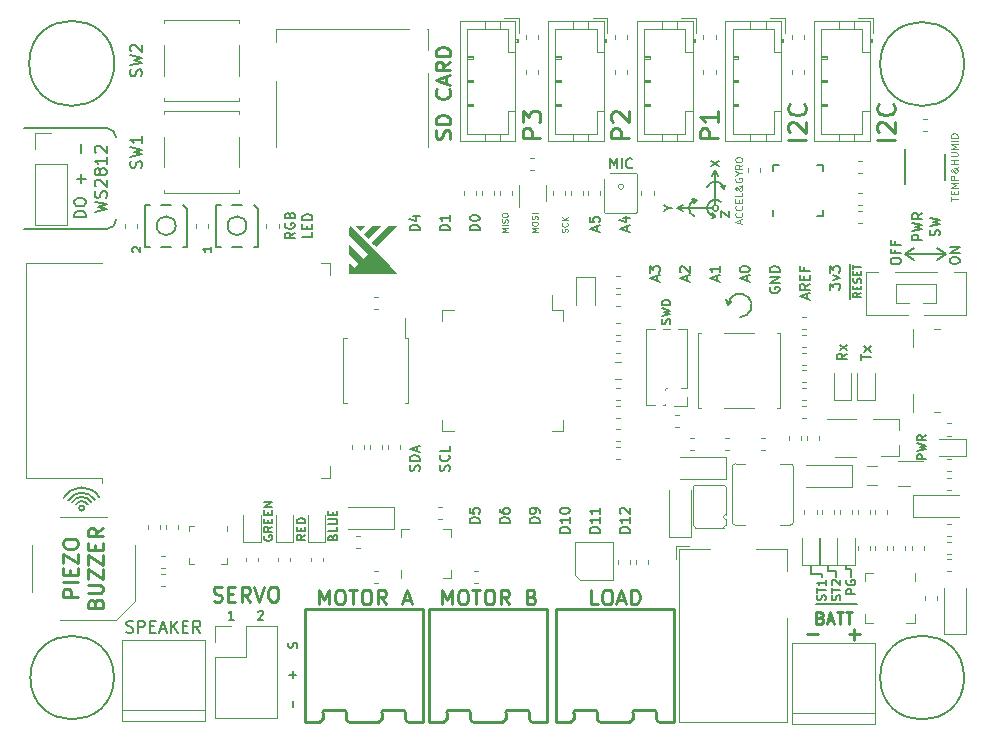
<source format=gbr>
G04 #@! TF.GenerationSoftware,KiCad,Pcbnew,5.1.5-1.fc31*
G04 #@! TF.CreationDate,2020-05-26T19:56:10+07:00*
G04 #@! TF.ProjectId,MP_SamBaseBoard_V1,4d505f53-616d-4426-9173-65426f617264,rev?*
G04 #@! TF.SameCoordinates,Original*
G04 #@! TF.FileFunction,Legend,Top*
G04 #@! TF.FilePolarity,Positive*
%FSLAX45Y45*%
G04 Gerber Fmt 4.5, Leading zero omitted, Abs format (unit mm)*
G04 Created by KiCad (PCBNEW 5.1.5-1.fc31) date 2020-05-26 19:56:10*
%MOMM*%
%LPD*%
G04 APERTURE LIST*
%ADD10C,0.250000*%
%ADD11C,0.150000*%
%ADD12C,0.175000*%
%ADD13C,0.200000*%
%ADD14C,0.125000*%
%ADD15C,0.160000*%
%ADD16C,0.162500*%
%ADD17C,0.185000*%
%ADD18C,0.120000*%
%ADD19C,0.100000*%
%ADD20C,0.010000*%
G04 APERTURE END LIST*
D10*
X20575595Y-17311905D02*
X20581548Y-17294048D01*
X20581548Y-17264286D01*
X20575595Y-17252381D01*
X20569643Y-17246429D01*
X20557738Y-17240476D01*
X20545833Y-17240476D01*
X20533929Y-17246429D01*
X20527976Y-17252381D01*
X20522024Y-17264286D01*
X20516071Y-17288095D01*
X20510119Y-17300000D01*
X20504167Y-17305952D01*
X20492262Y-17311905D01*
X20480357Y-17311905D01*
X20468452Y-17305952D01*
X20462500Y-17300000D01*
X20456548Y-17288095D01*
X20456548Y-17258333D01*
X20462500Y-17240476D01*
X20581548Y-17186905D02*
X20456548Y-17186905D01*
X20456548Y-17157143D01*
X20462500Y-17139286D01*
X20474405Y-17127381D01*
X20486310Y-17121429D01*
X20510119Y-17115476D01*
X20527976Y-17115476D01*
X20551786Y-17121429D01*
X20563690Y-17127381D01*
X20575595Y-17139286D01*
X20581548Y-17157143D01*
X20581548Y-17186905D01*
X20569643Y-16895238D02*
X20575595Y-16901190D01*
X20581548Y-16919048D01*
X20581548Y-16930952D01*
X20575595Y-16948810D01*
X20563690Y-16960714D01*
X20551786Y-16966667D01*
X20527976Y-16972619D01*
X20510119Y-16972619D01*
X20486310Y-16966667D01*
X20474405Y-16960714D01*
X20462500Y-16948810D01*
X20456548Y-16930952D01*
X20456548Y-16919048D01*
X20462500Y-16901190D01*
X20468452Y-16895238D01*
X20545833Y-16847619D02*
X20545833Y-16788095D01*
X20581548Y-16859524D02*
X20456548Y-16817857D01*
X20581548Y-16776190D01*
X20581548Y-16663095D02*
X20522024Y-16704762D01*
X20581548Y-16734524D02*
X20456548Y-16734524D01*
X20456548Y-16686905D01*
X20462500Y-16675000D01*
X20468452Y-16669048D01*
X20480357Y-16663095D01*
X20498214Y-16663095D01*
X20510119Y-16669048D01*
X20516071Y-16675000D01*
X20522024Y-16686905D01*
X20522024Y-16734524D01*
X20581548Y-16609524D02*
X20456548Y-16609524D01*
X20456548Y-16579762D01*
X20462500Y-16561905D01*
X20474405Y-16550000D01*
X20486310Y-16544048D01*
X20510119Y-16538095D01*
X20527976Y-16538095D01*
X20551786Y-16544048D01*
X20563690Y-16550000D01*
X20575595Y-16561905D01*
X20581548Y-16579762D01*
X20581548Y-16609524D01*
D11*
X17307537Y-20354239D02*
G75*
G02X17610000Y-20350000I152463J-85761D01*
G01*
X17346024Y-20376680D02*
G75*
G02X17570000Y-20370000I113976J-63320D01*
G01*
X17378090Y-20393194D02*
G75*
G02X17540000Y-20390000I81910J-46806D01*
G01*
X17410000Y-20410000D02*
G75*
G02X17510000Y-20410000I50000J-30000D01*
G01*
X17482361Y-20440000D02*
G75*
G03X17482361Y-20440000I-22361J0D01*
G01*
D12*
X17893333Y-18270000D02*
X17890000Y-18266667D01*
X17886667Y-18260000D01*
X17886667Y-18243333D01*
X17890000Y-18236667D01*
X17893333Y-18233333D01*
X17900000Y-18230000D01*
X17906667Y-18230000D01*
X17916667Y-18233333D01*
X17956667Y-18273333D01*
X17956667Y-18230000D01*
X18556667Y-18230000D02*
X18556667Y-18270000D01*
X18556667Y-18250000D02*
X18486667Y-18250000D01*
X18496667Y-18256667D01*
X18503333Y-18263333D01*
X18506667Y-18270000D01*
D13*
X19264702Y-18108690D02*
X19224226Y-18137024D01*
X19264702Y-18157262D02*
X19179702Y-18157262D01*
X19179702Y-18124881D01*
X19183750Y-18116786D01*
X19187798Y-18112738D01*
X19195893Y-18108690D01*
X19208036Y-18108690D01*
X19216131Y-18112738D01*
X19220179Y-18116786D01*
X19224226Y-18124881D01*
X19224226Y-18157262D01*
X19183750Y-18027738D02*
X19179702Y-18035833D01*
X19179702Y-18047976D01*
X19183750Y-18060119D01*
X19191845Y-18068214D01*
X19199940Y-18072262D01*
X19216131Y-18076310D01*
X19228274Y-18076310D01*
X19244464Y-18072262D01*
X19252560Y-18068214D01*
X19260655Y-18060119D01*
X19264702Y-18047976D01*
X19264702Y-18039881D01*
X19260655Y-18027738D01*
X19256607Y-18023690D01*
X19228274Y-18023690D01*
X19228274Y-18039881D01*
X19220179Y-17958929D02*
X19224226Y-17946786D01*
X19228274Y-17942738D01*
X19236369Y-17938690D01*
X19248512Y-17938690D01*
X19256607Y-17942738D01*
X19260655Y-17946786D01*
X19264702Y-17954881D01*
X19264702Y-17987262D01*
X19179702Y-17987262D01*
X19179702Y-17958929D01*
X19183750Y-17950833D01*
X19187798Y-17946786D01*
X19195893Y-17942738D01*
X19203988Y-17942738D01*
X19212083Y-17946786D01*
X19216131Y-17950833D01*
X19220179Y-17958929D01*
X19220179Y-17987262D01*
X19412202Y-18104643D02*
X19412202Y-18145119D01*
X19327202Y-18145119D01*
X19367679Y-18076310D02*
X19367679Y-18047976D01*
X19412202Y-18035833D02*
X19412202Y-18076310D01*
X19327202Y-18076310D01*
X19327202Y-18035833D01*
X19412202Y-17999405D02*
X19327202Y-17999405D01*
X19327202Y-17979167D01*
X19331250Y-17967024D01*
X19339345Y-17958929D01*
X19347440Y-17954881D01*
X19363631Y-17950833D01*
X19375774Y-17950833D01*
X19391964Y-17954881D01*
X19400060Y-17958929D01*
X19408155Y-17967024D01*
X19412202Y-17979167D01*
X19412202Y-17999405D01*
X20316305Y-20125710D02*
X20320352Y-20113567D01*
X20320352Y-20093329D01*
X20316305Y-20085233D01*
X20312257Y-20081186D01*
X20304162Y-20077138D01*
X20296067Y-20077138D01*
X20287971Y-20081186D01*
X20283924Y-20085233D01*
X20279876Y-20093329D01*
X20275829Y-20109519D01*
X20271781Y-20117614D01*
X20267733Y-20121662D01*
X20259638Y-20125710D01*
X20251543Y-20125710D01*
X20243448Y-20121662D01*
X20239400Y-20117614D01*
X20235352Y-20109519D01*
X20235352Y-20089281D01*
X20239400Y-20077138D01*
X20320352Y-20040710D02*
X20235352Y-20040710D01*
X20235352Y-20020471D01*
X20239400Y-20008329D01*
X20247495Y-20000233D01*
X20255590Y-19996186D01*
X20271781Y-19992138D01*
X20283924Y-19992138D01*
X20300114Y-19996186D01*
X20308210Y-20000233D01*
X20316305Y-20008329D01*
X20320352Y-20020471D01*
X20320352Y-20040710D01*
X20296067Y-19959757D02*
X20296067Y-19919281D01*
X20320352Y-19967852D02*
X20235352Y-19939519D01*
X20320352Y-19911186D01*
X20570305Y-20125710D02*
X20574352Y-20113567D01*
X20574352Y-20093329D01*
X20570305Y-20085233D01*
X20566257Y-20081186D01*
X20558162Y-20077138D01*
X20550067Y-20077138D01*
X20541971Y-20081186D01*
X20537924Y-20085233D01*
X20533876Y-20093329D01*
X20529829Y-20109519D01*
X20525781Y-20117614D01*
X20521733Y-20121662D01*
X20513638Y-20125710D01*
X20505543Y-20125710D01*
X20497448Y-20121662D01*
X20493400Y-20117614D01*
X20489352Y-20109519D01*
X20489352Y-20089281D01*
X20493400Y-20077138D01*
X20566257Y-19992138D02*
X20570305Y-19996186D01*
X20574352Y-20008329D01*
X20574352Y-20016424D01*
X20570305Y-20028567D01*
X20562210Y-20036662D01*
X20554114Y-20040710D01*
X20537924Y-20044757D01*
X20525781Y-20044757D01*
X20509590Y-20040710D01*
X20501495Y-20036662D01*
X20493400Y-20028567D01*
X20489352Y-20016424D01*
X20489352Y-20008329D01*
X20493400Y-19996186D01*
X20497448Y-19992138D01*
X20574352Y-19915233D02*
X20574352Y-19955710D01*
X20489352Y-19955710D01*
X20828352Y-20567614D02*
X20743352Y-20567614D01*
X20743352Y-20547376D01*
X20747400Y-20535233D01*
X20755495Y-20527138D01*
X20763590Y-20523090D01*
X20779781Y-20519043D01*
X20791924Y-20519043D01*
X20808114Y-20523090D01*
X20816210Y-20527138D01*
X20824305Y-20535233D01*
X20828352Y-20547376D01*
X20828352Y-20567614D01*
X20743352Y-20442138D02*
X20743352Y-20482614D01*
X20783829Y-20486662D01*
X20779781Y-20482614D01*
X20775733Y-20474519D01*
X20775733Y-20454281D01*
X20779781Y-20446186D01*
X20783829Y-20442138D01*
X20791924Y-20438090D01*
X20812162Y-20438090D01*
X20820257Y-20442138D01*
X20824305Y-20446186D01*
X20828352Y-20454281D01*
X20828352Y-20474519D01*
X20824305Y-20482614D01*
X20820257Y-20486662D01*
X21082352Y-20567614D02*
X20997352Y-20567614D01*
X20997352Y-20547376D01*
X21001400Y-20535233D01*
X21009495Y-20527138D01*
X21017590Y-20523090D01*
X21033781Y-20519043D01*
X21045924Y-20519043D01*
X21062114Y-20523090D01*
X21070210Y-20527138D01*
X21078305Y-20535233D01*
X21082352Y-20547376D01*
X21082352Y-20567614D01*
X20997352Y-20446186D02*
X20997352Y-20462376D01*
X21001400Y-20470471D01*
X21005448Y-20474519D01*
X21017590Y-20482614D01*
X21033781Y-20486662D01*
X21066162Y-20486662D01*
X21074257Y-20482614D01*
X21078305Y-20478567D01*
X21082352Y-20470471D01*
X21082352Y-20454281D01*
X21078305Y-20446186D01*
X21074257Y-20442138D01*
X21066162Y-20438090D01*
X21045924Y-20438090D01*
X21037829Y-20442138D01*
X21033781Y-20446186D01*
X21029733Y-20454281D01*
X21029733Y-20470471D01*
X21033781Y-20478567D01*
X21037829Y-20482614D01*
X21045924Y-20486662D01*
X21336352Y-20567614D02*
X21251352Y-20567614D01*
X21251352Y-20547376D01*
X21255400Y-20535233D01*
X21263495Y-20527138D01*
X21271590Y-20523090D01*
X21287781Y-20519043D01*
X21299924Y-20519043D01*
X21316114Y-20523090D01*
X21324210Y-20527138D01*
X21332305Y-20535233D01*
X21336352Y-20547376D01*
X21336352Y-20567614D01*
X21336352Y-20478567D02*
X21336352Y-20462376D01*
X21332305Y-20454281D01*
X21328257Y-20450233D01*
X21316114Y-20442138D01*
X21299924Y-20438090D01*
X21267543Y-20438090D01*
X21259448Y-20442138D01*
X21255400Y-20446186D01*
X21251352Y-20454281D01*
X21251352Y-20470471D01*
X21255400Y-20478567D01*
X21259448Y-20482614D01*
X21267543Y-20486662D01*
X21287781Y-20486662D01*
X21295876Y-20482614D01*
X21299924Y-20478567D01*
X21303971Y-20470471D01*
X21303971Y-20454281D01*
X21299924Y-20446186D01*
X21295876Y-20442138D01*
X21287781Y-20438090D01*
X21590352Y-20648567D02*
X21505352Y-20648567D01*
X21505352Y-20628329D01*
X21509400Y-20616186D01*
X21517495Y-20608090D01*
X21525590Y-20604043D01*
X21541781Y-20599995D01*
X21553924Y-20599995D01*
X21570114Y-20604043D01*
X21578210Y-20608090D01*
X21586305Y-20616186D01*
X21590352Y-20628329D01*
X21590352Y-20648567D01*
X21590352Y-20519043D02*
X21590352Y-20567614D01*
X21590352Y-20543329D02*
X21505352Y-20543329D01*
X21517495Y-20551424D01*
X21525590Y-20559519D01*
X21529638Y-20567614D01*
X21505352Y-20466424D02*
X21505352Y-20458329D01*
X21509400Y-20450233D01*
X21513448Y-20446186D01*
X21521543Y-20442138D01*
X21537733Y-20438090D01*
X21557971Y-20438090D01*
X21574162Y-20442138D01*
X21582257Y-20446186D01*
X21586305Y-20450233D01*
X21590352Y-20458329D01*
X21590352Y-20466424D01*
X21586305Y-20474519D01*
X21582257Y-20478567D01*
X21574162Y-20482614D01*
X21557971Y-20486662D01*
X21537733Y-20486662D01*
X21521543Y-20482614D01*
X21513448Y-20478567D01*
X21509400Y-20474519D01*
X21505352Y-20466424D01*
X21844352Y-20648567D02*
X21759352Y-20648567D01*
X21759352Y-20628329D01*
X21763400Y-20616186D01*
X21771495Y-20608090D01*
X21779590Y-20604043D01*
X21795781Y-20599995D01*
X21807924Y-20599995D01*
X21824114Y-20604043D01*
X21832210Y-20608090D01*
X21840305Y-20616186D01*
X21844352Y-20628329D01*
X21844352Y-20648567D01*
X21844352Y-20519043D02*
X21844352Y-20567614D01*
X21844352Y-20543329D02*
X21759352Y-20543329D01*
X21771495Y-20551424D01*
X21779590Y-20559519D01*
X21783638Y-20567614D01*
X21844352Y-20438090D02*
X21844352Y-20486662D01*
X21844352Y-20462376D02*
X21759352Y-20462376D01*
X21771495Y-20470471D01*
X21779590Y-20478567D01*
X21783638Y-20486662D01*
D11*
X23962100Y-18667998D02*
X23962100Y-18602998D01*
X24057805Y-18615379D02*
X24026852Y-18637045D01*
X24057805Y-18652521D02*
X23992805Y-18652521D01*
X23992805Y-18627760D01*
X23995900Y-18621569D01*
X23998995Y-18618474D01*
X24005186Y-18615379D01*
X24014471Y-18615379D01*
X24020662Y-18618474D01*
X24023757Y-18621569D01*
X24026852Y-18627760D01*
X24026852Y-18652521D01*
X23962100Y-18602998D02*
X23962100Y-18544188D01*
X24023757Y-18587521D02*
X24023757Y-18565855D01*
X24057805Y-18556569D02*
X24057805Y-18587521D01*
X23992805Y-18587521D01*
X23992805Y-18556569D01*
X23962100Y-18544188D02*
X23962100Y-18482283D01*
X24054709Y-18531807D02*
X24057805Y-18522521D01*
X24057805Y-18507045D01*
X24054709Y-18500855D01*
X24051614Y-18497760D01*
X24045424Y-18494664D01*
X24039233Y-18494664D01*
X24033043Y-18497760D01*
X24029948Y-18500855D01*
X24026852Y-18507045D01*
X24023757Y-18519426D01*
X24020662Y-18525617D01*
X24017567Y-18528712D01*
X24011376Y-18531807D01*
X24005186Y-18531807D01*
X23998995Y-18528712D01*
X23995900Y-18525617D01*
X23992805Y-18519426D01*
X23992805Y-18503950D01*
X23995900Y-18494664D01*
X23962100Y-18482283D02*
X23962100Y-18423474D01*
X24023757Y-18466807D02*
X24023757Y-18445140D01*
X24057805Y-18435855D02*
X24057805Y-18466807D01*
X23992805Y-18466807D01*
X23992805Y-18435855D01*
X23962100Y-18423474D02*
X23962100Y-18373950D01*
X23992805Y-18417283D02*
X23992805Y-18380140D01*
X24057805Y-18398712D02*
X23992805Y-18398712D01*
D13*
X23791352Y-18591724D02*
X23791352Y-18539105D01*
X23823733Y-18567438D01*
X23823733Y-18555295D01*
X23827781Y-18547200D01*
X23831828Y-18543152D01*
X23839924Y-18539105D01*
X23860162Y-18539105D01*
X23868257Y-18543152D01*
X23872305Y-18547200D01*
X23876352Y-18555295D01*
X23876352Y-18579581D01*
X23872305Y-18587676D01*
X23868257Y-18591724D01*
X23819686Y-18510771D02*
X23876352Y-18490533D01*
X23819686Y-18470295D01*
X23791352Y-18446010D02*
X23791352Y-18393390D01*
X23823733Y-18421724D01*
X23823733Y-18409581D01*
X23827781Y-18401486D01*
X23831828Y-18397438D01*
X23839924Y-18393390D01*
X23860162Y-18393390D01*
X23868257Y-18397438D01*
X23872305Y-18401486D01*
X23876352Y-18409581D01*
X23876352Y-18433867D01*
X23872305Y-18441962D01*
X23868257Y-18446010D01*
X23598067Y-18668629D02*
X23598067Y-18628152D01*
X23622352Y-18676724D02*
X23537352Y-18648390D01*
X23622352Y-18620057D01*
X23622352Y-18543152D02*
X23581876Y-18571486D01*
X23622352Y-18591724D02*
X23537352Y-18591724D01*
X23537352Y-18559343D01*
X23541400Y-18551248D01*
X23545448Y-18547200D01*
X23553543Y-18543152D01*
X23565686Y-18543152D01*
X23573781Y-18547200D01*
X23577828Y-18551248D01*
X23581876Y-18559343D01*
X23581876Y-18591724D01*
X23577828Y-18506724D02*
X23577828Y-18478390D01*
X23622352Y-18466248D02*
X23622352Y-18506724D01*
X23537352Y-18506724D01*
X23537352Y-18466248D01*
X23577828Y-18401486D02*
X23577828Y-18429819D01*
X23622352Y-18429819D02*
X23537352Y-18429819D01*
X23537352Y-18389343D01*
X23287400Y-18571486D02*
X23283352Y-18579581D01*
X23283352Y-18591724D01*
X23287400Y-18603867D01*
X23295495Y-18611962D01*
X23303590Y-18616010D01*
X23319781Y-18620057D01*
X23331924Y-18620057D01*
X23348114Y-18616010D01*
X23356209Y-18611962D01*
X23364305Y-18603867D01*
X23368352Y-18591724D01*
X23368352Y-18583629D01*
X23364305Y-18571486D01*
X23360257Y-18567438D01*
X23331924Y-18567438D01*
X23331924Y-18583629D01*
X23368352Y-18531010D02*
X23283352Y-18531010D01*
X23368352Y-18482438D01*
X23283352Y-18482438D01*
X23368352Y-18441962D02*
X23283352Y-18441962D01*
X23283352Y-18421724D01*
X23287400Y-18409581D01*
X23295495Y-18401486D01*
X23303590Y-18397438D01*
X23319781Y-18393390D01*
X23331924Y-18393390D01*
X23348114Y-18397438D01*
X23356209Y-18401486D01*
X23364305Y-18409581D01*
X23368352Y-18421724D01*
X23368352Y-18441962D01*
X23090067Y-18514819D02*
X23090067Y-18474343D01*
X23114352Y-18522914D02*
X23029352Y-18494581D01*
X23114352Y-18466248D01*
X23029352Y-18421724D02*
X23029352Y-18413629D01*
X23033400Y-18405533D01*
X23037448Y-18401486D01*
X23045543Y-18397438D01*
X23061733Y-18393390D01*
X23081971Y-18393390D01*
X23098162Y-18397438D01*
X23106257Y-18401486D01*
X23110305Y-18405533D01*
X23114352Y-18413629D01*
X23114352Y-18421724D01*
X23110305Y-18429819D01*
X23106257Y-18433867D01*
X23098162Y-18437914D01*
X23081971Y-18441962D01*
X23061733Y-18441962D01*
X23045543Y-18437914D01*
X23037448Y-18433867D01*
X23033400Y-18429819D01*
X23029352Y-18421724D01*
X22836067Y-18514819D02*
X22836067Y-18474343D01*
X22860352Y-18522914D02*
X22775352Y-18494581D01*
X22860352Y-18466248D01*
X22860352Y-18393390D02*
X22860352Y-18441962D01*
X22860352Y-18417676D02*
X22775352Y-18417676D01*
X22787495Y-18425771D01*
X22795590Y-18433867D01*
X22799638Y-18441962D01*
X22582067Y-18514819D02*
X22582067Y-18474343D01*
X22606352Y-18522914D02*
X22521352Y-18494581D01*
X22606352Y-18466248D01*
X22529448Y-18441962D02*
X22525400Y-18437914D01*
X22521352Y-18429819D01*
X22521352Y-18409581D01*
X22525400Y-18401486D01*
X22529448Y-18397438D01*
X22537543Y-18393390D01*
X22545638Y-18393390D01*
X22557781Y-18397438D01*
X22606352Y-18446010D01*
X22606352Y-18393390D01*
X22328067Y-18514819D02*
X22328067Y-18474343D01*
X22352352Y-18522914D02*
X22267352Y-18494581D01*
X22352352Y-18466248D01*
X22267352Y-18446010D02*
X22267352Y-18393390D01*
X22299733Y-18421724D01*
X22299733Y-18409581D01*
X22303781Y-18401486D01*
X22307829Y-18397438D01*
X22315924Y-18393390D01*
X22336162Y-18393390D01*
X22344257Y-18397438D01*
X22348305Y-18401486D01*
X22352352Y-18409581D01*
X22352352Y-18433867D01*
X22348305Y-18441962D01*
X22344257Y-18446010D01*
X22074067Y-18093710D02*
X22074067Y-18053233D01*
X22098352Y-18101805D02*
X22013352Y-18073471D01*
X22098352Y-18045138D01*
X22041686Y-17980376D02*
X22098352Y-17980376D01*
X22009305Y-18000614D02*
X22070019Y-18020852D01*
X22070019Y-17968233D01*
X21820067Y-18093710D02*
X21820067Y-18053233D01*
X21844352Y-18101805D02*
X21759352Y-18073471D01*
X21844352Y-18045138D01*
X21759352Y-17976329D02*
X21759352Y-18016805D01*
X21799829Y-18020852D01*
X21795781Y-18016805D01*
X21791733Y-18008710D01*
X21791733Y-17988471D01*
X21795781Y-17980376D01*
X21799829Y-17976329D01*
X21807924Y-17972281D01*
X21828162Y-17972281D01*
X21836257Y-17976329D01*
X21840305Y-17980376D01*
X21844352Y-17988471D01*
X21844352Y-18008710D01*
X21840305Y-18016805D01*
X21836257Y-18020852D01*
D14*
X21572138Y-18105251D02*
X21574519Y-18098108D01*
X21574519Y-18086204D01*
X21572138Y-18081442D01*
X21569757Y-18079061D01*
X21564995Y-18076680D01*
X21560233Y-18076680D01*
X21555471Y-18079061D01*
X21553090Y-18081442D01*
X21550710Y-18086204D01*
X21548329Y-18095727D01*
X21545948Y-18100489D01*
X21543567Y-18102870D01*
X21538805Y-18105251D01*
X21534043Y-18105251D01*
X21529281Y-18102870D01*
X21526900Y-18100489D01*
X21524519Y-18095727D01*
X21524519Y-18083823D01*
X21526900Y-18076680D01*
X21569757Y-18026680D02*
X21572138Y-18029061D01*
X21574519Y-18036204D01*
X21574519Y-18040965D01*
X21572138Y-18048108D01*
X21567376Y-18052870D01*
X21562614Y-18055251D01*
X21553090Y-18057632D01*
X21545948Y-18057632D01*
X21536424Y-18055251D01*
X21531662Y-18052870D01*
X21526900Y-18048108D01*
X21524519Y-18040965D01*
X21524519Y-18036204D01*
X21526900Y-18029061D01*
X21529281Y-18026680D01*
X21574519Y-18005251D02*
X21524519Y-18005251D01*
X21574519Y-17976680D02*
X21545948Y-17998108D01*
X21524519Y-17976680D02*
X21553090Y-18005251D01*
X21320519Y-18102870D02*
X21270519Y-18102870D01*
X21306233Y-18086204D01*
X21270519Y-18069537D01*
X21320519Y-18069537D01*
X21270519Y-18036204D02*
X21270519Y-18026680D01*
X21272900Y-18021918D01*
X21277662Y-18017156D01*
X21287186Y-18014775D01*
X21303852Y-18014775D01*
X21313376Y-18017156D01*
X21318138Y-18021918D01*
X21320519Y-18026680D01*
X21320519Y-18036204D01*
X21318138Y-18040965D01*
X21313376Y-18045727D01*
X21303852Y-18048108D01*
X21287186Y-18048108D01*
X21277662Y-18045727D01*
X21272900Y-18040965D01*
X21270519Y-18036204D01*
X21318138Y-17995727D02*
X21320519Y-17988585D01*
X21320519Y-17976680D01*
X21318138Y-17971918D01*
X21315757Y-17969537D01*
X21310995Y-17967156D01*
X21306233Y-17967156D01*
X21301471Y-17969537D01*
X21299090Y-17971918D01*
X21296710Y-17976680D01*
X21294329Y-17986204D01*
X21291948Y-17990965D01*
X21289567Y-17993346D01*
X21284805Y-17995727D01*
X21280043Y-17995727D01*
X21275281Y-17993346D01*
X21272900Y-17990965D01*
X21270519Y-17986204D01*
X21270519Y-17974299D01*
X21272900Y-17967156D01*
X21320519Y-17945727D02*
X21270519Y-17945727D01*
X21066519Y-18102870D02*
X21016519Y-18102870D01*
X21052233Y-18086204D01*
X21016519Y-18069537D01*
X21066519Y-18069537D01*
X21066519Y-18045727D02*
X21016519Y-18045727D01*
X21064138Y-18024299D02*
X21066519Y-18017156D01*
X21066519Y-18005251D01*
X21064138Y-18000489D01*
X21061757Y-17998108D01*
X21056995Y-17995727D01*
X21052233Y-17995727D01*
X21047471Y-17998108D01*
X21045090Y-18000489D01*
X21042710Y-18005251D01*
X21040329Y-18014775D01*
X21037948Y-18019537D01*
X21035567Y-18021918D01*
X21030805Y-18024299D01*
X21026043Y-18024299D01*
X21021281Y-18021918D01*
X21018900Y-18019537D01*
X21016519Y-18014775D01*
X21016519Y-18002870D01*
X21018900Y-17995727D01*
X21016519Y-17964775D02*
X21016519Y-17955251D01*
X21018900Y-17950489D01*
X21023662Y-17945727D01*
X21033186Y-17943346D01*
X21049852Y-17943346D01*
X21059376Y-17945727D01*
X21064138Y-17950489D01*
X21066519Y-17955251D01*
X21066519Y-17964775D01*
X21064138Y-17969537D01*
X21059376Y-17974299D01*
X21049852Y-17976680D01*
X21033186Y-17976680D01*
X21023662Y-17974299D01*
X21018900Y-17969537D01*
X21016519Y-17964775D01*
D13*
X20828352Y-18089662D02*
X20743352Y-18089662D01*
X20743352Y-18069424D01*
X20747400Y-18057281D01*
X20755495Y-18049186D01*
X20763590Y-18045138D01*
X20779781Y-18041090D01*
X20791924Y-18041090D01*
X20808114Y-18045138D01*
X20816210Y-18049186D01*
X20824305Y-18057281D01*
X20828352Y-18069424D01*
X20828352Y-18089662D01*
X20743352Y-17988471D02*
X20743352Y-17980376D01*
X20747400Y-17972281D01*
X20751448Y-17968233D01*
X20759543Y-17964186D01*
X20775733Y-17960138D01*
X20795971Y-17960138D01*
X20812162Y-17964186D01*
X20820257Y-17968233D01*
X20824305Y-17972281D01*
X20828352Y-17980376D01*
X20828352Y-17988471D01*
X20824305Y-17996567D01*
X20820257Y-18000614D01*
X20812162Y-18004662D01*
X20795971Y-18008710D01*
X20775733Y-18008710D01*
X20759543Y-18004662D01*
X20751448Y-18000614D01*
X20747400Y-17996567D01*
X20743352Y-17988471D01*
X20574352Y-18089662D02*
X20489352Y-18089662D01*
X20489352Y-18069424D01*
X20493400Y-18057281D01*
X20501495Y-18049186D01*
X20509590Y-18045138D01*
X20525781Y-18041090D01*
X20537924Y-18041090D01*
X20554114Y-18045138D01*
X20562210Y-18049186D01*
X20570305Y-18057281D01*
X20574352Y-18069424D01*
X20574352Y-18089662D01*
X20574352Y-17960138D02*
X20574352Y-18008710D01*
X20574352Y-17984424D02*
X20489352Y-17984424D01*
X20501495Y-17992519D01*
X20509590Y-18000614D01*
X20513638Y-18008710D01*
X20320352Y-18089662D02*
X20235352Y-18089662D01*
X20235352Y-18069424D01*
X20239400Y-18057281D01*
X20247495Y-18049186D01*
X20255590Y-18045138D01*
X20271781Y-18041090D01*
X20283924Y-18041090D01*
X20300114Y-18045138D01*
X20308210Y-18049186D01*
X20316305Y-18057281D01*
X20320352Y-18069424D01*
X20320352Y-18089662D01*
X20263686Y-17968233D02*
X20320352Y-17968233D01*
X20231305Y-17988471D02*
X20292019Y-18008710D01*
X20292019Y-17956090D01*
X22098352Y-20648567D02*
X22013352Y-20648567D01*
X22013352Y-20628329D01*
X22017400Y-20616186D01*
X22025495Y-20608090D01*
X22033590Y-20604043D01*
X22049781Y-20599995D01*
X22061924Y-20599995D01*
X22078114Y-20604043D01*
X22086210Y-20608090D01*
X22094305Y-20616186D01*
X22098352Y-20628329D01*
X22098352Y-20648567D01*
X22098352Y-20519043D02*
X22098352Y-20567614D01*
X22098352Y-20543329D02*
X22013352Y-20543329D01*
X22025495Y-20551424D01*
X22033590Y-20559519D01*
X22037638Y-20567614D01*
X22021448Y-20486662D02*
X22017400Y-20482614D01*
X22013352Y-20474519D01*
X22013352Y-20454281D01*
X22017400Y-20446186D01*
X22021448Y-20442138D01*
X22029543Y-20438090D01*
X22037638Y-20438090D01*
X22049781Y-20442138D01*
X22098352Y-20490710D01*
X22098352Y-20438090D01*
X22932000Y-18723900D02*
X22967000Y-18688900D01*
X22932000Y-18723900D02*
X22917000Y-18673900D01*
X22932000Y-18723900D02*
G75*
G02X23032000Y-18823900I100000J0D01*
G01*
D15*
X22440357Y-18881786D02*
X22443928Y-18871071D01*
X22443928Y-18853214D01*
X22440357Y-18846071D01*
X22436786Y-18842500D01*
X22429643Y-18838929D01*
X22422500Y-18838929D01*
X22415357Y-18842500D01*
X22411786Y-18846071D01*
X22408214Y-18853214D01*
X22404643Y-18867500D01*
X22401071Y-18874643D01*
X22397500Y-18878214D01*
X22390357Y-18881786D01*
X22383214Y-18881786D01*
X22376071Y-18878214D01*
X22372500Y-18874643D01*
X22368929Y-18867500D01*
X22368929Y-18849643D01*
X22372500Y-18838929D01*
X22368929Y-18813929D02*
X22443928Y-18796071D01*
X22390357Y-18781786D01*
X22443928Y-18767500D01*
X22368929Y-18749643D01*
X22443928Y-18721071D02*
X22368929Y-18721071D01*
X22368929Y-18703214D01*
X22372500Y-18692500D01*
X22379643Y-18685357D01*
X22386786Y-18681786D01*
X22401071Y-18678214D01*
X22411786Y-18678214D01*
X22426071Y-18681786D01*
X22433214Y-18685357D01*
X22440357Y-18692500D01*
X22443928Y-18703214D01*
X22443928Y-18721071D01*
D14*
X23035000Y-18030000D02*
X23035000Y-18001429D01*
X23052143Y-18035714D02*
X22992143Y-18015714D01*
X23052143Y-17995714D01*
X23046428Y-17941429D02*
X23049286Y-17944286D01*
X23052143Y-17952857D01*
X23052143Y-17958571D01*
X23049286Y-17967143D01*
X23043571Y-17972857D01*
X23037857Y-17975714D01*
X23026428Y-17978571D01*
X23017857Y-17978571D01*
X23006428Y-17975714D01*
X23000714Y-17972857D01*
X22995000Y-17967143D01*
X22992143Y-17958571D01*
X22992143Y-17952857D01*
X22995000Y-17944286D01*
X22997857Y-17941429D01*
X23046428Y-17881429D02*
X23049286Y-17884286D01*
X23052143Y-17892857D01*
X23052143Y-17898571D01*
X23049286Y-17907143D01*
X23043571Y-17912857D01*
X23037857Y-17915714D01*
X23026428Y-17918571D01*
X23017857Y-17918571D01*
X23006428Y-17915714D01*
X23000714Y-17912857D01*
X22995000Y-17907143D01*
X22992143Y-17898571D01*
X22992143Y-17892857D01*
X22995000Y-17884286D01*
X22997857Y-17881429D01*
X23020714Y-17855714D02*
X23020714Y-17835714D01*
X23052143Y-17827143D02*
X23052143Y-17855714D01*
X22992143Y-17855714D01*
X22992143Y-17827143D01*
X23052143Y-17772857D02*
X23052143Y-17801429D01*
X22992143Y-17801429D01*
X23052143Y-17704286D02*
X23052143Y-17707143D01*
X23049286Y-17712857D01*
X23040714Y-17721429D01*
X23023571Y-17735714D01*
X23015000Y-17741429D01*
X23006428Y-17744286D01*
X23000714Y-17744286D01*
X22995000Y-17741429D01*
X22992143Y-17735714D01*
X22992143Y-17732857D01*
X22995000Y-17727143D01*
X23000714Y-17724286D01*
X23003571Y-17724286D01*
X23009286Y-17727143D01*
X23012143Y-17730000D01*
X23023571Y-17747143D01*
X23026428Y-17750000D01*
X23032143Y-17752857D01*
X23040714Y-17752857D01*
X23046428Y-17750000D01*
X23049286Y-17747143D01*
X23052143Y-17741429D01*
X23052143Y-17732857D01*
X23049286Y-17727143D01*
X23046428Y-17724286D01*
X23035000Y-17715714D01*
X23026428Y-17712857D01*
X23020714Y-17712857D01*
X22995000Y-17647143D02*
X22992143Y-17652857D01*
X22992143Y-17661429D01*
X22995000Y-17670000D01*
X23000714Y-17675714D01*
X23006428Y-17678571D01*
X23017857Y-17681429D01*
X23026428Y-17681429D01*
X23037857Y-17678571D01*
X23043571Y-17675714D01*
X23049286Y-17670000D01*
X23052143Y-17661429D01*
X23052143Y-17655714D01*
X23049286Y-17647143D01*
X23046428Y-17644286D01*
X23026428Y-17644286D01*
X23026428Y-17655714D01*
X23023571Y-17607143D02*
X23052143Y-17607143D01*
X22992143Y-17627143D02*
X23023571Y-17607143D01*
X22992143Y-17587143D01*
X23052143Y-17532857D02*
X23023571Y-17552857D01*
X23052143Y-17567143D02*
X22992143Y-17567143D01*
X22992143Y-17544286D01*
X22995000Y-17538571D01*
X22997857Y-17535714D01*
X23003571Y-17532857D01*
X23012143Y-17532857D01*
X23017857Y-17535714D01*
X23020714Y-17538571D01*
X23023571Y-17544286D01*
X23023571Y-17567143D01*
X22992143Y-17495714D02*
X22992143Y-17484286D01*
X22995000Y-17478571D01*
X23000714Y-17472857D01*
X23012143Y-17470000D01*
X23032143Y-17470000D01*
X23043571Y-17472857D01*
X23049286Y-17478571D01*
X23052143Y-17484286D01*
X23052143Y-17495714D01*
X23049286Y-17501429D01*
X23043571Y-17507143D01*
X23032143Y-17510000D01*
X23012143Y-17510000D01*
X23000714Y-17507143D01*
X22995000Y-17501429D01*
X22992143Y-17495714D01*
D11*
X22665000Y-17830000D02*
X22640000Y-17855000D01*
X22648122Y-17970019D02*
G75*
G02X22644495Y-17831484I26878J70019D01*
G01*
D16*
X22871905Y-17971667D02*
X22871905Y-17928333D01*
X22936905Y-17971667D01*
X22936905Y-17928333D01*
X22789405Y-17546667D02*
X22854405Y-17503333D01*
X22789405Y-17503333D02*
X22854405Y-17546667D01*
D11*
X22825000Y-17972500D02*
X22795000Y-17982500D01*
X22825000Y-17970000D02*
X22800000Y-17945000D01*
X22825000Y-17970711D02*
G75*
G02X22875000Y-17850000I0J70711D01*
G01*
X22665000Y-17830000D02*
X22625000Y-17820000D01*
X22895000Y-17740000D02*
X22910000Y-17705000D01*
X22870000Y-17715000D02*
X22895000Y-17740000D01*
X22895000Y-17740000D02*
X22870000Y-17715000D01*
X22825000Y-17575000D02*
X22850000Y-17625000D01*
X22800000Y-17625000D02*
X22825000Y-17575000D01*
X22754981Y-17723122D02*
G75*
G02X22893516Y-17719495I70019J-26878D01*
G01*
D16*
X22423452Y-17900000D02*
X22454405Y-17900000D01*
X22389405Y-17921667D02*
X22423452Y-17900000D01*
X22389405Y-17878333D01*
D11*
X22500000Y-17900000D02*
X22550000Y-17875000D01*
X22800000Y-17900000D02*
X22500000Y-17900000D01*
X22550000Y-17925000D02*
X22500000Y-17900000D01*
X22825000Y-17875000D02*
X22825000Y-17575000D01*
X22850000Y-17900000D02*
G75*
G03X22850000Y-17900000I-25000J0D01*
G01*
X19584643Y-20688214D02*
X19588214Y-20677500D01*
X19591786Y-20673929D01*
X19598929Y-20670357D01*
X19609643Y-20670357D01*
X19616786Y-20673929D01*
X19620357Y-20677500D01*
X19623929Y-20684643D01*
X19623929Y-20713214D01*
X19548929Y-20713214D01*
X19548929Y-20688214D01*
X19552500Y-20681071D01*
X19556071Y-20677500D01*
X19563214Y-20673929D01*
X19570357Y-20673929D01*
X19577500Y-20677500D01*
X19581071Y-20681071D01*
X19584643Y-20688214D01*
X19584643Y-20713214D01*
X19623929Y-20602500D02*
X19623929Y-20638214D01*
X19548929Y-20638214D01*
X19548929Y-20577500D02*
X19609643Y-20577500D01*
X19616786Y-20573929D01*
X19620357Y-20570357D01*
X19623929Y-20563214D01*
X19623929Y-20548929D01*
X19620357Y-20541786D01*
X19616786Y-20538214D01*
X19609643Y-20534643D01*
X19548929Y-20534643D01*
X19584643Y-20498929D02*
X19584643Y-20473929D01*
X19623929Y-20463214D02*
X19623929Y-20498929D01*
X19548929Y-20498929D01*
X19548929Y-20463214D01*
X19353929Y-20668214D02*
X19318214Y-20693214D01*
X19353929Y-20711071D02*
X19278929Y-20711071D01*
X19278929Y-20682500D01*
X19282500Y-20675357D01*
X19286071Y-20671786D01*
X19293214Y-20668214D01*
X19303929Y-20668214D01*
X19311071Y-20671786D01*
X19314643Y-20675357D01*
X19318214Y-20682500D01*
X19318214Y-20711071D01*
X19314643Y-20636071D02*
X19314643Y-20611071D01*
X19353929Y-20600357D02*
X19353929Y-20636071D01*
X19278929Y-20636071D01*
X19278929Y-20600357D01*
X19353929Y-20568214D02*
X19278929Y-20568214D01*
X19278929Y-20550357D01*
X19282500Y-20539643D01*
X19289643Y-20532500D01*
X19296786Y-20528929D01*
X19311071Y-20525357D01*
X19321786Y-20525357D01*
X19336071Y-20528929D01*
X19343214Y-20532500D01*
X19350357Y-20539643D01*
X19353929Y-20550357D01*
X19353929Y-20568214D01*
X19002500Y-20675000D02*
X18998929Y-20682143D01*
X18998929Y-20692857D01*
X19002500Y-20703571D01*
X19009643Y-20710714D01*
X19016786Y-20714286D01*
X19031071Y-20717857D01*
X19041786Y-20717857D01*
X19056071Y-20714286D01*
X19063214Y-20710714D01*
X19070357Y-20703571D01*
X19073929Y-20692857D01*
X19073929Y-20685714D01*
X19070357Y-20675000D01*
X19066786Y-20671429D01*
X19041786Y-20671429D01*
X19041786Y-20685714D01*
X19073929Y-20596429D02*
X19038214Y-20621429D01*
X19073929Y-20639286D02*
X18998929Y-20639286D01*
X18998929Y-20610714D01*
X19002500Y-20603571D01*
X19006071Y-20600000D01*
X19013214Y-20596429D01*
X19023929Y-20596429D01*
X19031071Y-20600000D01*
X19034643Y-20603571D01*
X19038214Y-20610714D01*
X19038214Y-20639286D01*
X19034643Y-20564286D02*
X19034643Y-20539286D01*
X19073929Y-20528571D02*
X19073929Y-20564286D01*
X18998929Y-20564286D01*
X18998929Y-20528571D01*
X19034643Y-20496429D02*
X19034643Y-20471429D01*
X19073929Y-20460714D02*
X19073929Y-20496429D01*
X18998929Y-20496429D01*
X18998929Y-20460714D01*
X19073929Y-20428571D02*
X18998929Y-20428571D01*
X19073929Y-20385714D01*
X18998929Y-20385714D01*
X24430000Y-18290000D02*
X24505000Y-18340000D01*
X24430000Y-18290000D02*
X24505000Y-18240000D01*
D17*
X24308452Y-18355952D02*
X24308452Y-18339762D01*
X24312500Y-18331667D01*
X24320595Y-18323571D01*
X24336786Y-18319524D01*
X24365119Y-18319524D01*
X24381309Y-18323571D01*
X24389405Y-18331667D01*
X24393452Y-18339762D01*
X24393452Y-18355952D01*
X24389405Y-18364048D01*
X24381309Y-18372143D01*
X24365119Y-18376190D01*
X24336786Y-18376190D01*
X24320595Y-18372143D01*
X24312500Y-18364048D01*
X24308452Y-18355952D01*
X24348928Y-18254762D02*
X24348928Y-18283095D01*
X24393452Y-18283095D02*
X24308452Y-18283095D01*
X24308452Y-18242619D01*
X24348928Y-18181905D02*
X24348928Y-18210238D01*
X24393452Y-18210238D02*
X24308452Y-18210238D01*
X24308452Y-18169762D01*
D10*
X21342857Y-17310714D02*
X21192857Y-17310714D01*
X21192857Y-17253571D01*
X21200000Y-17239286D01*
X21207143Y-17232143D01*
X21221429Y-17225000D01*
X21242857Y-17225000D01*
X21257143Y-17232143D01*
X21264286Y-17239286D01*
X21271429Y-17253571D01*
X21271429Y-17310714D01*
X21192857Y-17175000D02*
X21192857Y-17082143D01*
X21250000Y-17132143D01*
X21250000Y-17110714D01*
X21257143Y-17096429D01*
X21264286Y-17089286D01*
X21278571Y-17082143D01*
X21314286Y-17082143D01*
X21328571Y-17089286D01*
X21335714Y-17096429D01*
X21342857Y-17110714D01*
X21342857Y-17153571D01*
X21335714Y-17167857D01*
X21328571Y-17175000D01*
X22092857Y-17310714D02*
X21942857Y-17310714D01*
X21942857Y-17253571D01*
X21950000Y-17239286D01*
X21957143Y-17232143D01*
X21971429Y-17225000D01*
X21992857Y-17225000D01*
X22007143Y-17232143D01*
X22014286Y-17239286D01*
X22021429Y-17253571D01*
X22021429Y-17310714D01*
X21957143Y-17167857D02*
X21950000Y-17160714D01*
X21942857Y-17146429D01*
X21942857Y-17110714D01*
X21950000Y-17096429D01*
X21957143Y-17089286D01*
X21971429Y-17082143D01*
X21985714Y-17082143D01*
X22007143Y-17089286D01*
X22092857Y-17175000D01*
X22092857Y-17082143D01*
X22842857Y-17310714D02*
X22692857Y-17310714D01*
X22692857Y-17253571D01*
X22700000Y-17239286D01*
X22707143Y-17232143D01*
X22721428Y-17225000D01*
X22742857Y-17225000D01*
X22757143Y-17232143D01*
X22764286Y-17239286D01*
X22771428Y-17253571D01*
X22771428Y-17310714D01*
X22842857Y-17082143D02*
X22842857Y-17167857D01*
X22842857Y-17125000D02*
X22692857Y-17125000D01*
X22714286Y-17139286D01*
X22728571Y-17153571D01*
X22735714Y-17167857D01*
X23592857Y-17321429D02*
X23442857Y-17321429D01*
X23457143Y-17257143D02*
X23450000Y-17250000D01*
X23442857Y-17235714D01*
X23442857Y-17200000D01*
X23450000Y-17185714D01*
X23457143Y-17178571D01*
X23471428Y-17171429D01*
X23485714Y-17171429D01*
X23507143Y-17178571D01*
X23592857Y-17264286D01*
X23592857Y-17171429D01*
X23578571Y-17021429D02*
X23585714Y-17028571D01*
X23592857Y-17050000D01*
X23592857Y-17064286D01*
X23585714Y-17085714D01*
X23571428Y-17100000D01*
X23557143Y-17107143D01*
X23528571Y-17114286D01*
X23507143Y-17114286D01*
X23478571Y-17107143D01*
X23464286Y-17100000D01*
X23450000Y-17085714D01*
X23442857Y-17064286D01*
X23442857Y-17050000D01*
X23450000Y-17028571D01*
X23457143Y-17021429D01*
X24342857Y-17321429D02*
X24192857Y-17321429D01*
X24207143Y-17257143D02*
X24200000Y-17250000D01*
X24192857Y-17235714D01*
X24192857Y-17200000D01*
X24200000Y-17185714D01*
X24207143Y-17178571D01*
X24221428Y-17171429D01*
X24235714Y-17171429D01*
X24257143Y-17178571D01*
X24342857Y-17264286D01*
X24342857Y-17171429D01*
X24328571Y-17021429D02*
X24335714Y-17028571D01*
X24342857Y-17050000D01*
X24342857Y-17064286D01*
X24335714Y-17085714D01*
X24321428Y-17100000D01*
X24307143Y-17107143D01*
X24278571Y-17114286D01*
X24257143Y-17114286D01*
X24228571Y-17107143D01*
X24214286Y-17100000D01*
X24200000Y-17085714D01*
X24192857Y-17064286D01*
X24192857Y-17050000D01*
X24200000Y-17028571D01*
X24207143Y-17021429D01*
D13*
X21933929Y-17563452D02*
X21933929Y-17478452D01*
X21962262Y-17539167D01*
X21990595Y-17478452D01*
X21990595Y-17563452D01*
X22031071Y-17563452D02*
X22031071Y-17478452D01*
X22120119Y-17555357D02*
X22116071Y-17559405D01*
X22103929Y-17563452D01*
X22095833Y-17563452D01*
X22083690Y-17559405D01*
X22075595Y-17551310D01*
X22071548Y-17543214D01*
X22067500Y-17527024D01*
X22067500Y-17514881D01*
X22071548Y-17498690D01*
X22075595Y-17490595D01*
X22083690Y-17482500D01*
X22095833Y-17478452D01*
X22103929Y-17478452D01*
X22116071Y-17482500D01*
X22120119Y-17486548D01*
X23938452Y-19133095D02*
X23897976Y-19161429D01*
X23938452Y-19181667D02*
X23853452Y-19181667D01*
X23853452Y-19149286D01*
X23857500Y-19141190D01*
X23861548Y-19137143D01*
X23869643Y-19133095D01*
X23881786Y-19133095D01*
X23889881Y-19137143D01*
X23893928Y-19141190D01*
X23897976Y-19149286D01*
X23897976Y-19181667D01*
X23938452Y-19104762D02*
X23881786Y-19060238D01*
X23881786Y-19104762D02*
X23938452Y-19060238D01*
X24053452Y-19183690D02*
X24053452Y-19135119D01*
X24138452Y-19159405D02*
X24053452Y-19159405D01*
X24138452Y-19114881D02*
X24081786Y-19070357D01*
X24081786Y-19114881D02*
X24138452Y-19070357D01*
X24577302Y-18172733D02*
X24492302Y-18172733D01*
X24492302Y-18140352D01*
X24496350Y-18132257D01*
X24500398Y-18128210D01*
X24508493Y-18124162D01*
X24520636Y-18124162D01*
X24528731Y-18128210D01*
X24532778Y-18132257D01*
X24536826Y-18140352D01*
X24536826Y-18172733D01*
X24492302Y-18095829D02*
X24577302Y-18075590D01*
X24516588Y-18059400D01*
X24577302Y-18043210D01*
X24492302Y-18022971D01*
X24577302Y-17942019D02*
X24536826Y-17970352D01*
X24577302Y-17990590D02*
X24492302Y-17990590D01*
X24492302Y-17958210D01*
X24496350Y-17950114D01*
X24500398Y-17946067D01*
X24508493Y-17942019D01*
X24520636Y-17942019D01*
X24528731Y-17946067D01*
X24532778Y-17950114D01*
X24536826Y-17958210D01*
X24536826Y-17990590D01*
X24720755Y-18132257D02*
X24724802Y-18120114D01*
X24724802Y-18099876D01*
X24720755Y-18091781D01*
X24716707Y-18087733D01*
X24708612Y-18083686D01*
X24700517Y-18083686D01*
X24692421Y-18087733D01*
X24688374Y-18091781D01*
X24684326Y-18099876D01*
X24680278Y-18116067D01*
X24676231Y-18124162D01*
X24672183Y-18128210D01*
X24664088Y-18132257D01*
X24655993Y-18132257D01*
X24647898Y-18128210D01*
X24643850Y-18124162D01*
X24639802Y-18116067D01*
X24639802Y-18095829D01*
X24643850Y-18083686D01*
X24639802Y-18055352D02*
X24724802Y-18035114D01*
X24664088Y-18018924D01*
X24724802Y-18002733D01*
X24639802Y-17982495D01*
D11*
X24780000Y-18290000D02*
X24705000Y-18340000D01*
X24780000Y-18290000D02*
X24705000Y-18240000D01*
X24430000Y-18290000D02*
X24780000Y-18290000D01*
D17*
X24808452Y-18352619D02*
X24808452Y-18336429D01*
X24812500Y-18328333D01*
X24820595Y-18320238D01*
X24836786Y-18316190D01*
X24865119Y-18316190D01*
X24881309Y-18320238D01*
X24889405Y-18328333D01*
X24893452Y-18336429D01*
X24893452Y-18352619D01*
X24889405Y-18360714D01*
X24881309Y-18368810D01*
X24865119Y-18372857D01*
X24836786Y-18372857D01*
X24820595Y-18368810D01*
X24812500Y-18360714D01*
X24808452Y-18352619D01*
X24893452Y-18279762D02*
X24808452Y-18279762D01*
X24893452Y-18231190D01*
X24808452Y-18231190D01*
D11*
X23675000Y-21250000D02*
X24025000Y-21250000D01*
X23725000Y-21000000D02*
X23725000Y-21025000D01*
X23630000Y-21000000D02*
X23725000Y-21000000D01*
X23975000Y-20960000D02*
X23975000Y-21025000D01*
X23930000Y-20960000D02*
X23975000Y-20960000D01*
X23930000Y-20925000D02*
X23930000Y-20960000D01*
X23850000Y-20975000D02*
X23850000Y-21025000D01*
X23780000Y-20975000D02*
X23850000Y-20975000D01*
X23780000Y-20925000D02*
X23780000Y-20975000D01*
X23630000Y-20925000D02*
X23630000Y-21000000D01*
X24008928Y-21167143D02*
X23933928Y-21167143D01*
X23933928Y-21138571D01*
X23937500Y-21131429D01*
X23941071Y-21127857D01*
X23948214Y-21124286D01*
X23958928Y-21124286D01*
X23966071Y-21127857D01*
X23969643Y-21131429D01*
X23973214Y-21138571D01*
X23973214Y-21167143D01*
X23937500Y-21052857D02*
X23933928Y-21060000D01*
X23933928Y-21070714D01*
X23937500Y-21081429D01*
X23944643Y-21088571D01*
X23951786Y-21092143D01*
X23966071Y-21095714D01*
X23976786Y-21095714D01*
X23991071Y-21092143D01*
X23998214Y-21088571D01*
X24005357Y-21081429D01*
X24008928Y-21070714D01*
X24008928Y-21063571D01*
X24005357Y-21052857D01*
X24001786Y-21049286D01*
X23976786Y-21049286D01*
X23976786Y-21063571D01*
X23880357Y-21220714D02*
X23883928Y-21210000D01*
X23883928Y-21192143D01*
X23880357Y-21185000D01*
X23876786Y-21181429D01*
X23869643Y-21177857D01*
X23862500Y-21177857D01*
X23855357Y-21181429D01*
X23851786Y-21185000D01*
X23848214Y-21192143D01*
X23844643Y-21206429D01*
X23841071Y-21213571D01*
X23837500Y-21217143D01*
X23830357Y-21220714D01*
X23823214Y-21220714D01*
X23816071Y-21217143D01*
X23812500Y-21213571D01*
X23808928Y-21206429D01*
X23808928Y-21188571D01*
X23812500Y-21177857D01*
X23808928Y-21156429D02*
X23808928Y-21113571D01*
X23883928Y-21135000D02*
X23808928Y-21135000D01*
X23816071Y-21092143D02*
X23812500Y-21088571D01*
X23808928Y-21081429D01*
X23808928Y-21063571D01*
X23812500Y-21056429D01*
X23816071Y-21052857D01*
X23823214Y-21049286D01*
X23830357Y-21049286D01*
X23841071Y-21052857D01*
X23883928Y-21095714D01*
X23883928Y-21049286D01*
X23755357Y-21220714D02*
X23758928Y-21210000D01*
X23758928Y-21192143D01*
X23755357Y-21185000D01*
X23751786Y-21181429D01*
X23744643Y-21177857D01*
X23737500Y-21177857D01*
X23730357Y-21181429D01*
X23726786Y-21185000D01*
X23723214Y-21192143D01*
X23719643Y-21206429D01*
X23716071Y-21213571D01*
X23712500Y-21217143D01*
X23705357Y-21220714D01*
X23698214Y-21220714D01*
X23691071Y-21217143D01*
X23687500Y-21213571D01*
X23683928Y-21206429D01*
X23683928Y-21188571D01*
X23687500Y-21177857D01*
X23683928Y-21156429D02*
X23683928Y-21113571D01*
X23758928Y-21135000D02*
X23683928Y-21135000D01*
X23758928Y-21049286D02*
X23758928Y-21092143D01*
X23758928Y-21070714D02*
X23683928Y-21070714D01*
X23694643Y-21077857D01*
X23701786Y-21085000D01*
X23705357Y-21092143D01*
D12*
X18953571Y-21316071D02*
X18957143Y-21312500D01*
X18964286Y-21308929D01*
X18982143Y-21308929D01*
X18989286Y-21312500D01*
X18992857Y-21316071D01*
X18996429Y-21323214D01*
X18996429Y-21330357D01*
X18992857Y-21341071D01*
X18950000Y-21383929D01*
X18996429Y-21383929D01*
D11*
X17735555Y-16675000D02*
G75*
G03X17735555Y-16675000I-360555J0D01*
G01*
D10*
X23713095Y-21367857D02*
X23727381Y-21372619D01*
X23732143Y-21377381D01*
X23736905Y-21386905D01*
X23736905Y-21401190D01*
X23732143Y-21410714D01*
X23727381Y-21415476D01*
X23717857Y-21420238D01*
X23679762Y-21420238D01*
X23679762Y-21320238D01*
X23713095Y-21320238D01*
X23722619Y-21325000D01*
X23727381Y-21329762D01*
X23732143Y-21339286D01*
X23732143Y-21348810D01*
X23727381Y-21358333D01*
X23722619Y-21363095D01*
X23713095Y-21367857D01*
X23679762Y-21367857D01*
X23775000Y-21391667D02*
X23822619Y-21391667D01*
X23765476Y-21420238D02*
X23798809Y-21320238D01*
X23832143Y-21420238D01*
X23851190Y-21320238D02*
X23908333Y-21320238D01*
X23879762Y-21420238D02*
X23879762Y-21320238D01*
X23927381Y-21320238D02*
X23984524Y-21320238D01*
X23955952Y-21420238D02*
X23955952Y-21320238D01*
D13*
X17965476Y-17558333D02*
X17970238Y-17544048D01*
X17970238Y-17520238D01*
X17965476Y-17510714D01*
X17960714Y-17505952D01*
X17951190Y-17501190D01*
X17941667Y-17501190D01*
X17932143Y-17505952D01*
X17927381Y-17510714D01*
X17922619Y-17520238D01*
X17917857Y-17539286D01*
X17913095Y-17548810D01*
X17908333Y-17553571D01*
X17898810Y-17558333D01*
X17889286Y-17558333D01*
X17879762Y-17553571D01*
X17875000Y-17548810D01*
X17870238Y-17539286D01*
X17870238Y-17515476D01*
X17875000Y-17501190D01*
X17870238Y-17467857D02*
X17970238Y-17444048D01*
X17898810Y-17425000D01*
X17970238Y-17405952D01*
X17870238Y-17382143D01*
X17970238Y-17291667D02*
X17970238Y-17348810D01*
X17970238Y-17320238D02*
X17870238Y-17320238D01*
X17884524Y-17329762D01*
X17894048Y-17339286D01*
X17898810Y-17348810D01*
D10*
X19466071Y-21256548D02*
X19466071Y-21131548D01*
X19507738Y-21220833D01*
X19549405Y-21131548D01*
X19549405Y-21256548D01*
X19632738Y-21131548D02*
X19656548Y-21131548D01*
X19668452Y-21137500D01*
X19680357Y-21149405D01*
X19686310Y-21173214D01*
X19686310Y-21214881D01*
X19680357Y-21238690D01*
X19668452Y-21250595D01*
X19656548Y-21256548D01*
X19632738Y-21256548D01*
X19620833Y-21250595D01*
X19608929Y-21238690D01*
X19602976Y-21214881D01*
X19602976Y-21173214D01*
X19608929Y-21149405D01*
X19620833Y-21137500D01*
X19632738Y-21131548D01*
X19722024Y-21131548D02*
X19793452Y-21131548D01*
X19757738Y-21256548D02*
X19757738Y-21131548D01*
X19858929Y-21131548D02*
X19882738Y-21131548D01*
X19894643Y-21137500D01*
X19906548Y-21149405D01*
X19912500Y-21173214D01*
X19912500Y-21214881D01*
X19906548Y-21238690D01*
X19894643Y-21250595D01*
X19882738Y-21256548D01*
X19858929Y-21256548D01*
X19847024Y-21250595D01*
X19835119Y-21238690D01*
X19829167Y-21214881D01*
X19829167Y-21173214D01*
X19835119Y-21149405D01*
X19847024Y-21137500D01*
X19858929Y-21131548D01*
X20037500Y-21256548D02*
X19995833Y-21197024D01*
X19966071Y-21256548D02*
X19966071Y-21131548D01*
X20013690Y-21131548D01*
X20025595Y-21137500D01*
X20031548Y-21143452D01*
X20037500Y-21155357D01*
X20037500Y-21173214D01*
X20031548Y-21185119D01*
X20025595Y-21191071D01*
X20013690Y-21197024D01*
X19966071Y-21197024D01*
X20180357Y-21220833D02*
X20239881Y-21220833D01*
X20168452Y-21256548D02*
X20210119Y-21131548D01*
X20251786Y-21256548D01*
D13*
X17457143Y-17688095D02*
X17457143Y-17611905D01*
X17495238Y-17650000D02*
X17419048Y-17650000D01*
D11*
X16975000Y-17225000D02*
X17675000Y-17225000D01*
D12*
X19280357Y-21621429D02*
X19283929Y-21610714D01*
X19283929Y-21592857D01*
X19280357Y-21585714D01*
X19276786Y-21582143D01*
X19269643Y-21578571D01*
X19262500Y-21578571D01*
X19255357Y-21582143D01*
X19251786Y-21585714D01*
X19248214Y-21592857D01*
X19244643Y-21607143D01*
X19241071Y-21614286D01*
X19237500Y-21617857D01*
X19230357Y-21621429D01*
X19223214Y-21621429D01*
X19216071Y-21617857D01*
X19212500Y-21614286D01*
X19208929Y-21607143D01*
X19208929Y-21589286D01*
X19212500Y-21578571D01*
D13*
X17570238Y-17930952D02*
X17670238Y-17907143D01*
X17598810Y-17888095D01*
X17670238Y-17869048D01*
X17570238Y-17845238D01*
X17665476Y-17811905D02*
X17670238Y-17797619D01*
X17670238Y-17773810D01*
X17665476Y-17764286D01*
X17660714Y-17759524D01*
X17651190Y-17754762D01*
X17641667Y-17754762D01*
X17632143Y-17759524D01*
X17627381Y-17764286D01*
X17622619Y-17773810D01*
X17617857Y-17792857D01*
X17613095Y-17802381D01*
X17608333Y-17807143D01*
X17598810Y-17811905D01*
X17589286Y-17811905D01*
X17579762Y-17807143D01*
X17575000Y-17802381D01*
X17570238Y-17792857D01*
X17570238Y-17769048D01*
X17575000Y-17754762D01*
X17579762Y-17716667D02*
X17575000Y-17711905D01*
X17570238Y-17702381D01*
X17570238Y-17678571D01*
X17575000Y-17669048D01*
X17579762Y-17664286D01*
X17589286Y-17659524D01*
X17598810Y-17659524D01*
X17613095Y-17664286D01*
X17670238Y-17721429D01*
X17670238Y-17659524D01*
X17613095Y-17602381D02*
X17608333Y-17611905D01*
X17603571Y-17616667D01*
X17594048Y-17621429D01*
X17589286Y-17621429D01*
X17579762Y-17616667D01*
X17575000Y-17611905D01*
X17570238Y-17602381D01*
X17570238Y-17583333D01*
X17575000Y-17573810D01*
X17579762Y-17569048D01*
X17589286Y-17564286D01*
X17594048Y-17564286D01*
X17603571Y-17569048D01*
X17608333Y-17573810D01*
X17613095Y-17583333D01*
X17613095Y-17602381D01*
X17617857Y-17611905D01*
X17622619Y-17616667D01*
X17632143Y-17621429D01*
X17651190Y-17621429D01*
X17660714Y-17616667D01*
X17665476Y-17611905D01*
X17670238Y-17602381D01*
X17670238Y-17583333D01*
X17665476Y-17573810D01*
X17660714Y-17569048D01*
X17651190Y-17564286D01*
X17632143Y-17564286D01*
X17622619Y-17569048D01*
X17617857Y-17573810D01*
X17613095Y-17583333D01*
X17670238Y-17469048D02*
X17670238Y-17526190D01*
X17670238Y-17497619D02*
X17570238Y-17497619D01*
X17584524Y-17507143D01*
X17594048Y-17516667D01*
X17598810Y-17526190D01*
X17579762Y-17430952D02*
X17575000Y-17426190D01*
X17570238Y-17416667D01*
X17570238Y-17392857D01*
X17575000Y-17383333D01*
X17579762Y-17378571D01*
X17589286Y-17373810D01*
X17598810Y-17373810D01*
X17613095Y-17378571D01*
X17670238Y-17435714D01*
X17670238Y-17373810D01*
D12*
X18746429Y-21383929D02*
X18703571Y-21383929D01*
X18725000Y-21383929D02*
X18725000Y-21308929D01*
X18717857Y-21319643D01*
X18710714Y-21326786D01*
X18703571Y-21330357D01*
D13*
X17457143Y-17438095D02*
X17457143Y-17361905D01*
D10*
X20507143Y-21256548D02*
X20507143Y-21131548D01*
X20548810Y-21220833D01*
X20590476Y-21131548D01*
X20590476Y-21256548D01*
X20673810Y-21131548D02*
X20697619Y-21131548D01*
X20709524Y-21137500D01*
X20721429Y-21149405D01*
X20727381Y-21173214D01*
X20727381Y-21214881D01*
X20721429Y-21238690D01*
X20709524Y-21250595D01*
X20697619Y-21256548D01*
X20673810Y-21256548D01*
X20661905Y-21250595D01*
X20650000Y-21238690D01*
X20644048Y-21214881D01*
X20644048Y-21173214D01*
X20650000Y-21149405D01*
X20661905Y-21137500D01*
X20673810Y-21131548D01*
X20763095Y-21131548D02*
X20834524Y-21131548D01*
X20798810Y-21256548D02*
X20798810Y-21131548D01*
X20900000Y-21131548D02*
X20923810Y-21131548D01*
X20935714Y-21137500D01*
X20947619Y-21149405D01*
X20953571Y-21173214D01*
X20953571Y-21214881D01*
X20947619Y-21238690D01*
X20935714Y-21250595D01*
X20923810Y-21256548D01*
X20900000Y-21256548D01*
X20888095Y-21250595D01*
X20876190Y-21238690D01*
X20870238Y-21214881D01*
X20870238Y-21173214D01*
X20876190Y-21149405D01*
X20888095Y-21137500D01*
X20900000Y-21131548D01*
X21078571Y-21256548D02*
X21036905Y-21197024D01*
X21007143Y-21256548D02*
X21007143Y-21131548D01*
X21054762Y-21131548D01*
X21066667Y-21137500D01*
X21072619Y-21143452D01*
X21078571Y-21155357D01*
X21078571Y-21173214D01*
X21072619Y-21185119D01*
X21066667Y-21191071D01*
X21054762Y-21197024D01*
X21007143Y-21197024D01*
X21269048Y-21191071D02*
X21286905Y-21197024D01*
X21292857Y-21202976D01*
X21298810Y-21214881D01*
X21298810Y-21232738D01*
X21292857Y-21244643D01*
X21286905Y-21250595D01*
X21275000Y-21256548D01*
X21227381Y-21256548D01*
X21227381Y-21131548D01*
X21269048Y-21131548D01*
X21280952Y-21137500D01*
X21286905Y-21143452D01*
X21292857Y-21155357D01*
X21292857Y-21167262D01*
X21286905Y-21179167D01*
X21280952Y-21185119D01*
X21269048Y-21191071D01*
X21227381Y-21191071D01*
X18576190Y-21225595D02*
X18594048Y-21231548D01*
X18623810Y-21231548D01*
X18635714Y-21225595D01*
X18641667Y-21219643D01*
X18647619Y-21207738D01*
X18647619Y-21195833D01*
X18641667Y-21183929D01*
X18635714Y-21177976D01*
X18623810Y-21172024D01*
X18600000Y-21166071D01*
X18588095Y-21160119D01*
X18582143Y-21154167D01*
X18576190Y-21142262D01*
X18576190Y-21130357D01*
X18582143Y-21118452D01*
X18588095Y-21112500D01*
X18600000Y-21106548D01*
X18629762Y-21106548D01*
X18647619Y-21112500D01*
X18701190Y-21166071D02*
X18742857Y-21166071D01*
X18760714Y-21231548D02*
X18701190Y-21231548D01*
X18701190Y-21106548D01*
X18760714Y-21106548D01*
X18885714Y-21231548D02*
X18844048Y-21172024D01*
X18814286Y-21231548D02*
X18814286Y-21106548D01*
X18861905Y-21106548D01*
X18873810Y-21112500D01*
X18879762Y-21118452D01*
X18885714Y-21130357D01*
X18885714Y-21148214D01*
X18879762Y-21160119D01*
X18873810Y-21166071D01*
X18861905Y-21172024D01*
X18814286Y-21172024D01*
X18921429Y-21106548D02*
X18963095Y-21231548D01*
X19004762Y-21106548D01*
X19070238Y-21106548D02*
X19094048Y-21106548D01*
X19105952Y-21112500D01*
X19117857Y-21124405D01*
X19123810Y-21148214D01*
X19123810Y-21189881D01*
X19117857Y-21213690D01*
X19105952Y-21225595D01*
X19094048Y-21231548D01*
X19070238Y-21231548D01*
X19058333Y-21225595D01*
X19046429Y-21213690D01*
X19040476Y-21189881D01*
X19040476Y-21148214D01*
X19046429Y-21124405D01*
X19058333Y-21112500D01*
X19070238Y-21106548D01*
D14*
X24817143Y-17837143D02*
X24817143Y-17802857D01*
X24877143Y-17820000D02*
X24817143Y-17820000D01*
X24845714Y-17782857D02*
X24845714Y-17762857D01*
X24877143Y-17754286D02*
X24877143Y-17782857D01*
X24817143Y-17782857D01*
X24817143Y-17754286D01*
X24877143Y-17728571D02*
X24817143Y-17728571D01*
X24860000Y-17708571D01*
X24817143Y-17688571D01*
X24877143Y-17688571D01*
X24877143Y-17660000D02*
X24817143Y-17660000D01*
X24817143Y-17637143D01*
X24820000Y-17631429D01*
X24822857Y-17628571D01*
X24828571Y-17625714D01*
X24837143Y-17625714D01*
X24842857Y-17628571D01*
X24845714Y-17631429D01*
X24848571Y-17637143D01*
X24848571Y-17660000D01*
X24877143Y-17551429D02*
X24877143Y-17554286D01*
X24874286Y-17560000D01*
X24865714Y-17568571D01*
X24848571Y-17582857D01*
X24840000Y-17588571D01*
X24831428Y-17591429D01*
X24825714Y-17591429D01*
X24820000Y-17588571D01*
X24817143Y-17582857D01*
X24817143Y-17580000D01*
X24820000Y-17574286D01*
X24825714Y-17571429D01*
X24828571Y-17571429D01*
X24834286Y-17574286D01*
X24837143Y-17577143D01*
X24848571Y-17594286D01*
X24851428Y-17597143D01*
X24857143Y-17600000D01*
X24865714Y-17600000D01*
X24871428Y-17597143D01*
X24874286Y-17594286D01*
X24877143Y-17588571D01*
X24877143Y-17580000D01*
X24874286Y-17574286D01*
X24871428Y-17571429D01*
X24860000Y-17562857D01*
X24851428Y-17560000D01*
X24845714Y-17560000D01*
X24877143Y-17525714D02*
X24817143Y-17525714D01*
X24845714Y-17525714D02*
X24845714Y-17491429D01*
X24877143Y-17491429D02*
X24817143Y-17491429D01*
X24817143Y-17462857D02*
X24865714Y-17462857D01*
X24871428Y-17460000D01*
X24874286Y-17457143D01*
X24877143Y-17451429D01*
X24877143Y-17440000D01*
X24874286Y-17434286D01*
X24871428Y-17431429D01*
X24865714Y-17428571D01*
X24817143Y-17428571D01*
X24877143Y-17400000D02*
X24817143Y-17400000D01*
X24860000Y-17380000D01*
X24817143Y-17360000D01*
X24877143Y-17360000D01*
X24877143Y-17331429D02*
X24817143Y-17331429D01*
X24877143Y-17302857D02*
X24817143Y-17302857D01*
X24817143Y-17288571D01*
X24820000Y-17280000D01*
X24825714Y-17274286D01*
X24831428Y-17271429D01*
X24842857Y-17268571D01*
X24851428Y-17268571D01*
X24862857Y-17271429D01*
X24868571Y-17274286D01*
X24874286Y-17280000D01*
X24877143Y-17288571D01*
X24877143Y-17302857D01*
D11*
X17675000Y-17225000D02*
G75*
G02X17750000Y-17300000I0J-75000D01*
G01*
D10*
X21832143Y-21256548D02*
X21772619Y-21256548D01*
X21772619Y-21131548D01*
X21897619Y-21131548D02*
X21921429Y-21131548D01*
X21933333Y-21137500D01*
X21945238Y-21149405D01*
X21951190Y-21173214D01*
X21951190Y-21214881D01*
X21945238Y-21238690D01*
X21933333Y-21250595D01*
X21921429Y-21256548D01*
X21897619Y-21256548D01*
X21885714Y-21250595D01*
X21873810Y-21238690D01*
X21867857Y-21214881D01*
X21867857Y-21173214D01*
X21873810Y-21149405D01*
X21885714Y-21137500D01*
X21897619Y-21131548D01*
X21998810Y-21220833D02*
X22058333Y-21220833D01*
X21986905Y-21256548D02*
X22028571Y-21131548D01*
X22070238Y-21256548D01*
X22111905Y-21256548D02*
X22111905Y-21131548D01*
X22141667Y-21131548D01*
X22159524Y-21137500D01*
X22171429Y-21149405D01*
X22177381Y-21161310D01*
X22183333Y-21185119D01*
X22183333Y-21202976D01*
X22177381Y-21226786D01*
X22171429Y-21238690D01*
X22159524Y-21250595D01*
X22141667Y-21256548D01*
X22111905Y-21256548D01*
D11*
X17732107Y-21875000D02*
G75*
G03X17732107Y-21875000I-353553J0D01*
G01*
X17750000Y-18000000D02*
G75*
G02X17675000Y-18075000I-75000J0D01*
G01*
X16975000Y-18075000D02*
X17675000Y-18075000D01*
D13*
X17965476Y-16783333D02*
X17970238Y-16769048D01*
X17970238Y-16745238D01*
X17965476Y-16735714D01*
X17960714Y-16730952D01*
X17951190Y-16726190D01*
X17941667Y-16726190D01*
X17932143Y-16730952D01*
X17927381Y-16735714D01*
X17922619Y-16745238D01*
X17917857Y-16764286D01*
X17913095Y-16773809D01*
X17908333Y-16778571D01*
X17898810Y-16783333D01*
X17889286Y-16783333D01*
X17879762Y-16778571D01*
X17875000Y-16773809D01*
X17870238Y-16764286D01*
X17870238Y-16740476D01*
X17875000Y-16726190D01*
X17870238Y-16692857D02*
X17970238Y-16669048D01*
X17898810Y-16650000D01*
X17970238Y-16630952D01*
X17870238Y-16607143D01*
X17879762Y-16573809D02*
X17875000Y-16569048D01*
X17870238Y-16559524D01*
X17870238Y-16535714D01*
X17875000Y-16526190D01*
X17879762Y-16521428D01*
X17889286Y-16516667D01*
X17898810Y-16516667D01*
X17913095Y-16521428D01*
X17970238Y-16578571D01*
X17970238Y-16516667D01*
X17495238Y-17978571D02*
X17395238Y-17978571D01*
X17395238Y-17954762D01*
X17400000Y-17940476D01*
X17409524Y-17930952D01*
X17419048Y-17926190D01*
X17438095Y-17921429D01*
X17452381Y-17921429D01*
X17471429Y-17926190D01*
X17480952Y-17930952D01*
X17490476Y-17940476D01*
X17495238Y-17954762D01*
X17495238Y-17978571D01*
X17395238Y-17859524D02*
X17395238Y-17840476D01*
X17400000Y-17830952D01*
X17409524Y-17821429D01*
X17428571Y-17816667D01*
X17461905Y-17816667D01*
X17480952Y-17821429D01*
X17490476Y-17830952D01*
X17495238Y-17840476D01*
X17495238Y-17859524D01*
X17490476Y-17869048D01*
X17480952Y-17878571D01*
X17461905Y-17883333D01*
X17428571Y-17883333D01*
X17409524Y-17878571D01*
X17400000Y-17869048D01*
X17395238Y-17859524D01*
D11*
X24930317Y-16680317D02*
G75*
G03X24930317Y-16680317I-355317J0D01*
G01*
D12*
X19244643Y-22071429D02*
X19244643Y-22128571D01*
D10*
X23952381Y-21508929D02*
X24047619Y-21508929D01*
X24000000Y-21556548D02*
X24000000Y-21461310D01*
D17*
X24608928Y-20025000D02*
X24533928Y-20025000D01*
X24533928Y-19996429D01*
X24537500Y-19989286D01*
X24541071Y-19985714D01*
X24548214Y-19982143D01*
X24558928Y-19982143D01*
X24566071Y-19985714D01*
X24569643Y-19989286D01*
X24573214Y-19996429D01*
X24573214Y-20025000D01*
X24533928Y-19957143D02*
X24608928Y-19939286D01*
X24555357Y-19925000D01*
X24608928Y-19910714D01*
X24533928Y-19892857D01*
X24608928Y-19821429D02*
X24573214Y-19846429D01*
X24608928Y-19864286D02*
X24533928Y-19864286D01*
X24533928Y-19835714D01*
X24537500Y-19828571D01*
X24541071Y-19825000D01*
X24548214Y-19821429D01*
X24558928Y-19821429D01*
X24566071Y-19825000D01*
X24569643Y-19828571D01*
X24573214Y-19835714D01*
X24573214Y-19864286D01*
D10*
X23602381Y-21508929D02*
X23697619Y-21508929D01*
D12*
X19244643Y-21821429D02*
X19244643Y-21878571D01*
X19216071Y-21850000D02*
X19273214Y-21850000D01*
D13*
X17838095Y-21490476D02*
X17852381Y-21495238D01*
X17876190Y-21495238D01*
X17885714Y-21490476D01*
X17890476Y-21485714D01*
X17895238Y-21476190D01*
X17895238Y-21466667D01*
X17890476Y-21457143D01*
X17885714Y-21452381D01*
X17876190Y-21447619D01*
X17857143Y-21442857D01*
X17847619Y-21438095D01*
X17842857Y-21433333D01*
X17838095Y-21423810D01*
X17838095Y-21414286D01*
X17842857Y-21404762D01*
X17847619Y-21400000D01*
X17857143Y-21395238D01*
X17880952Y-21395238D01*
X17895238Y-21400000D01*
X17938095Y-21495238D02*
X17938095Y-21395238D01*
X17976190Y-21395238D01*
X17985714Y-21400000D01*
X17990476Y-21404762D01*
X17995238Y-21414286D01*
X17995238Y-21428571D01*
X17990476Y-21438095D01*
X17985714Y-21442857D01*
X17976190Y-21447619D01*
X17938095Y-21447619D01*
X18038095Y-21442857D02*
X18071429Y-21442857D01*
X18085714Y-21495238D02*
X18038095Y-21495238D01*
X18038095Y-21395238D01*
X18085714Y-21395238D01*
X18123810Y-21466667D02*
X18171429Y-21466667D01*
X18114286Y-21495238D02*
X18147619Y-21395238D01*
X18180952Y-21495238D01*
X18214286Y-21495238D02*
X18214286Y-21395238D01*
X18271429Y-21495238D02*
X18228571Y-21438095D01*
X18271429Y-21395238D02*
X18214286Y-21452381D01*
X18314286Y-21442857D02*
X18347619Y-21442857D01*
X18361905Y-21495238D02*
X18314286Y-21495238D01*
X18314286Y-21395238D01*
X18361905Y-21395238D01*
X18461905Y-21495238D02*
X18428571Y-21447619D01*
X18404762Y-21495238D02*
X18404762Y-21395238D01*
X18442857Y-21395238D01*
X18452381Y-21400000D01*
X18457143Y-21404762D01*
X18461905Y-21414286D01*
X18461905Y-21428571D01*
X18457143Y-21438095D01*
X18452381Y-21442857D01*
X18442857Y-21447619D01*
X18404762Y-21447619D01*
D10*
X17425298Y-21194048D02*
X17300298Y-21194048D01*
X17300298Y-21146429D01*
X17306250Y-21134524D01*
X17312202Y-21128571D01*
X17324107Y-21122619D01*
X17341964Y-21122619D01*
X17353869Y-21128571D01*
X17359821Y-21134524D01*
X17365774Y-21146429D01*
X17365774Y-21194048D01*
X17425298Y-21069048D02*
X17300298Y-21069048D01*
X17359821Y-21009524D02*
X17359821Y-20967857D01*
X17425298Y-20950000D02*
X17425298Y-21009524D01*
X17300298Y-21009524D01*
X17300298Y-20950000D01*
X17300298Y-20908333D02*
X17300298Y-20825000D01*
X17425298Y-20908333D01*
X17425298Y-20825000D01*
X17300298Y-20753571D02*
X17300298Y-20729762D01*
X17306250Y-20717857D01*
X17318155Y-20705952D01*
X17341964Y-20700000D01*
X17383631Y-20700000D01*
X17407440Y-20705952D01*
X17419345Y-20717857D01*
X17425298Y-20729762D01*
X17425298Y-20753571D01*
X17419345Y-20765476D01*
X17407440Y-20777381D01*
X17383631Y-20783333D01*
X17341964Y-20783333D01*
X17318155Y-20777381D01*
X17306250Y-20765476D01*
X17300298Y-20753571D01*
X17572321Y-21244643D02*
X17578274Y-21226786D01*
X17584226Y-21220833D01*
X17596131Y-21214881D01*
X17613988Y-21214881D01*
X17625893Y-21220833D01*
X17631845Y-21226786D01*
X17637798Y-21238690D01*
X17637798Y-21286310D01*
X17512798Y-21286310D01*
X17512798Y-21244643D01*
X17518750Y-21232738D01*
X17524702Y-21226786D01*
X17536607Y-21220833D01*
X17548512Y-21220833D01*
X17560417Y-21226786D01*
X17566369Y-21232738D01*
X17572321Y-21244643D01*
X17572321Y-21286310D01*
X17512798Y-21161310D02*
X17613988Y-21161310D01*
X17625893Y-21155357D01*
X17631845Y-21149405D01*
X17637798Y-21137500D01*
X17637798Y-21113690D01*
X17631845Y-21101786D01*
X17625893Y-21095833D01*
X17613988Y-21089881D01*
X17512798Y-21089881D01*
X17512798Y-21042262D02*
X17512798Y-20958929D01*
X17637798Y-21042262D01*
X17637798Y-20958929D01*
X17512798Y-20923214D02*
X17512798Y-20839881D01*
X17637798Y-20923214D01*
X17637798Y-20839881D01*
X17572321Y-20792262D02*
X17572321Y-20750595D01*
X17637798Y-20732738D02*
X17637798Y-20792262D01*
X17512798Y-20792262D01*
X17512798Y-20732738D01*
X17637798Y-20607738D02*
X17578274Y-20649405D01*
X17637798Y-20679167D02*
X17512798Y-20679167D01*
X17512798Y-20631548D01*
X17518750Y-20619643D01*
X17524702Y-20613690D01*
X17536607Y-20607738D01*
X17554464Y-20607738D01*
X17566369Y-20613690D01*
X17572321Y-20619643D01*
X17578274Y-20631548D01*
X17578274Y-20679167D01*
D11*
X24930317Y-21875000D02*
G75*
G03X24930317Y-21875000I-355317J0D01*
G01*
D18*
X24783722Y-20291000D02*
X24816278Y-20291000D01*
X24783722Y-20189000D02*
X24816278Y-20189000D01*
D19*
X24580000Y-20045000D02*
X24370000Y-20045000D01*
X24370000Y-20255000D02*
X24475000Y-20255000D01*
D20*
G36*
X19812091Y-18051563D02*
G01*
X19819214Y-18051567D01*
X19825821Y-18051581D01*
X19831748Y-18051602D01*
X19836831Y-18051630D01*
X19840908Y-18051663D01*
X19843815Y-18051702D01*
X19845388Y-18051744D01*
X19845625Y-18051768D01*
X19845086Y-18052359D01*
X19843560Y-18053930D01*
X19841187Y-18056342D01*
X19838103Y-18059455D01*
X19834448Y-18063129D01*
X19830360Y-18067225D01*
X19828954Y-18068631D01*
X19812283Y-18085288D01*
X19778558Y-18051563D01*
X19812091Y-18051563D01*
G37*
X19812091Y-18051563D02*
X19819214Y-18051567D01*
X19825821Y-18051581D01*
X19831748Y-18051602D01*
X19836831Y-18051630D01*
X19840908Y-18051663D01*
X19843815Y-18051702D01*
X19845388Y-18051744D01*
X19845625Y-18051768D01*
X19845086Y-18052359D01*
X19843560Y-18053930D01*
X19841187Y-18056342D01*
X19838103Y-18059455D01*
X19834448Y-18063129D01*
X19830360Y-18067225D01*
X19828954Y-18068631D01*
X19812283Y-18085288D01*
X19778558Y-18051563D01*
X19812091Y-18051563D01*
G36*
X19915097Y-18051546D02*
G01*
X19984536Y-18051959D01*
X19932737Y-18103754D01*
X19880938Y-18155548D01*
X19863484Y-18138081D01*
X19846030Y-18120613D01*
X19915097Y-18051546D01*
G37*
X19915097Y-18051546D02*
X19984536Y-18051959D01*
X19932737Y-18103754D01*
X19880938Y-18155548D01*
X19863484Y-18138081D01*
X19846030Y-18120613D01*
X19915097Y-18051546D01*
G36*
X19917613Y-18188631D02*
G01*
X19919220Y-18186927D01*
X19921814Y-18184239D01*
X19925328Y-18180638D01*
X19929693Y-18176191D01*
X19934841Y-18170968D01*
X19940704Y-18165038D01*
X19947214Y-18158469D01*
X19954303Y-18151331D01*
X19961902Y-18143693D01*
X19969944Y-18135623D01*
X19978360Y-18127191D01*
X19985534Y-18120013D01*
X20054005Y-18051545D01*
X20088523Y-18051752D01*
X20123041Y-18051959D01*
X19951240Y-18224203D01*
X19934151Y-18207145D01*
X19929888Y-18202864D01*
X19926014Y-18198924D01*
X19922665Y-18195469D01*
X19919979Y-18192642D01*
X19918094Y-18190588D01*
X19917148Y-18189449D01*
X19917063Y-18189283D01*
X19917613Y-18188631D01*
G37*
X19917613Y-18188631D02*
X19919220Y-18186927D01*
X19921814Y-18184239D01*
X19925328Y-18180638D01*
X19929693Y-18176191D01*
X19934841Y-18170968D01*
X19940704Y-18165038D01*
X19947214Y-18158469D01*
X19954303Y-18151331D01*
X19961902Y-18143693D01*
X19969944Y-18135623D01*
X19978360Y-18127191D01*
X19985534Y-18120013D01*
X20054005Y-18051545D01*
X20088523Y-18051752D01*
X20123041Y-18051959D01*
X19951240Y-18224203D01*
X19934151Y-18207145D01*
X19929888Y-18202864D01*
X19926014Y-18198924D01*
X19922665Y-18195469D01*
X19919979Y-18192642D01*
X19918094Y-18190588D01*
X19917148Y-18189449D01*
X19917063Y-18189283D01*
X19917613Y-18188631D01*
G36*
X19726713Y-18091845D02*
G01*
X19726959Y-18052355D01*
X19924999Y-18250396D01*
X20123039Y-18448438D01*
X19726563Y-18448438D01*
X19726563Y-18370279D01*
X19735889Y-18379393D01*
X19739770Y-18383187D01*
X19744334Y-18387653D01*
X19749131Y-18392351D01*
X19753712Y-18396839D01*
X19755939Y-18399023D01*
X19766663Y-18409540D01*
X19806325Y-18369853D01*
X19766444Y-18329966D01*
X19726563Y-18290079D01*
X19726563Y-18210906D01*
X19785809Y-18269828D01*
X19845055Y-18328750D01*
X19864969Y-18308837D01*
X19884882Y-18288924D01*
X19805674Y-18210129D01*
X19726467Y-18131334D01*
X19726713Y-18091845D01*
G37*
X19726713Y-18091845D02*
X19726959Y-18052355D01*
X19924999Y-18250396D01*
X20123039Y-18448438D01*
X19726563Y-18448438D01*
X19726563Y-18370279D01*
X19735889Y-18379393D01*
X19739770Y-18383187D01*
X19744334Y-18387653D01*
X19749131Y-18392351D01*
X19753712Y-18396839D01*
X19755939Y-18399023D01*
X19766663Y-18409540D01*
X19806325Y-18369853D01*
X19766444Y-18329966D01*
X19726563Y-18290079D01*
X19726563Y-18210906D01*
X19785809Y-18269828D01*
X19845055Y-18328750D01*
X19864969Y-18308837D01*
X19884882Y-18288924D01*
X19805674Y-18210129D01*
X19726467Y-18131334D01*
X19726713Y-18091845D01*
D18*
X22915000Y-20535000D02*
X22915000Y-20585000D01*
X22915000Y-20535000D02*
G75*
G02X22915000Y-20495000I0J20000D01*
G01*
X22635000Y-20265000D02*
G75*
G02X22655000Y-20245000I20000J0D01*
G01*
X22895000Y-20245000D02*
G75*
G02X22915000Y-20265000I0J-20000D01*
G01*
X22915000Y-20585000D02*
G75*
G02X22895000Y-20605000I-20000J0D01*
G01*
X22655000Y-20605000D02*
G75*
G02X22635000Y-20585000I0J20000D01*
G01*
X22895000Y-20245000D02*
X22655000Y-20245000D01*
X22895000Y-20605000D02*
X22655000Y-20605000D01*
X22915000Y-20495000D02*
X22915000Y-20265000D01*
X22635000Y-20585000D02*
X22635000Y-20265000D01*
X23558722Y-18926000D02*
X23591278Y-18926000D01*
X23558722Y-18824000D02*
X23591278Y-18824000D01*
X23558722Y-19076000D02*
X23591278Y-19076000D01*
X23558722Y-18974000D02*
X23591278Y-18974000D01*
X22016278Y-19574000D02*
X21983722Y-19574000D01*
X22016278Y-19676000D02*
X21983722Y-19676000D01*
X22016278Y-19424000D02*
X21983722Y-19424000D01*
X22016278Y-19526000D02*
X21983722Y-19526000D01*
X22016278Y-19024000D02*
X21983722Y-19024000D01*
X22016278Y-19126000D02*
X21983722Y-19126000D01*
X22016278Y-18874000D02*
X21983722Y-18874000D01*
X22016278Y-18976000D02*
X21983722Y-18976000D01*
X21983722Y-18576000D02*
X22016278Y-18576000D01*
X21983722Y-18474000D02*
X22016278Y-18474000D01*
X21983722Y-18726000D02*
X22016278Y-18726000D01*
X21983722Y-18624000D02*
X22016278Y-18624000D01*
X24783722Y-20976000D02*
X24816278Y-20976000D01*
X24783722Y-20874000D02*
X24816278Y-20874000D01*
X19749000Y-19908722D02*
X19749000Y-19941278D01*
X19851000Y-19908722D02*
X19851000Y-19941278D01*
X22618500Y-20681000D02*
X22618500Y-20290000D01*
X22431500Y-20681000D02*
X22618500Y-20681000D01*
X22431500Y-20290000D02*
X22431500Y-20681000D01*
X24783722Y-20826000D02*
X24816278Y-20826000D01*
X24783722Y-20724000D02*
X24816278Y-20724000D01*
X19899000Y-19908722D02*
X19899000Y-19941278D01*
X20001000Y-19908722D02*
X20001000Y-19941278D01*
X24494000Y-20518500D02*
X24885000Y-20518500D01*
X24494000Y-20331500D02*
X24494000Y-20518500D01*
X24885000Y-20331500D02*
X24494000Y-20331500D01*
X24783722Y-20676000D02*
X24816278Y-20676000D01*
X24783722Y-20574000D02*
X24816278Y-20574000D01*
X20049000Y-19908722D02*
X20049000Y-19941278D01*
X20151000Y-19908722D02*
X20151000Y-19941278D01*
X23981000Y-20071500D02*
X23590000Y-20071500D01*
X23981000Y-20258500D02*
X23981000Y-20071500D01*
X23590000Y-20258500D02*
X23981000Y-20258500D01*
X22916000Y-20006500D02*
X22525000Y-20006500D01*
X22916000Y-20193500D02*
X22916000Y-20006500D01*
X22525000Y-20193500D02*
X22916000Y-20193500D01*
X21291278Y-17472000D02*
X21258722Y-17472000D01*
X21291278Y-17574000D02*
X21258722Y-17574000D01*
X20506278Y-20429000D02*
X20473722Y-20429000D01*
X20506278Y-20531000D02*
X20473722Y-20531000D01*
X18166278Y-20999000D02*
X18133722Y-20999000D01*
X18166278Y-21101000D02*
X18133722Y-21101000D01*
X24583722Y-17251000D02*
X24616278Y-17251000D01*
X24583722Y-17149000D02*
X24616278Y-17149000D01*
X20106000Y-20431500D02*
X19715000Y-20431500D01*
X20106000Y-20618500D02*
X20106000Y-20431500D01*
X19715000Y-20618500D02*
X20106000Y-20618500D01*
X19966278Y-20974000D02*
X19933722Y-20974000D01*
X19966278Y-21076000D02*
X19933722Y-21076000D01*
X20816278Y-20974000D02*
X20783722Y-20974000D01*
X20816278Y-21076000D02*
X20783722Y-21076000D01*
X24943500Y-21506000D02*
X24943500Y-21115000D01*
X24756500Y-21506000D02*
X24943500Y-21506000D01*
X24756500Y-21115000D02*
X24756500Y-21506000D01*
X19816278Y-20674000D02*
X19783722Y-20674000D01*
X19816278Y-20776000D02*
X19783722Y-20776000D01*
X24033722Y-17876000D02*
X24066278Y-17876000D01*
X24033722Y-17774000D02*
X24066278Y-17774000D01*
X24033722Y-17601000D02*
X24066278Y-17601000D01*
X24033722Y-17499000D02*
X24066278Y-17499000D01*
X23201000Y-17591278D02*
X23201000Y-17558722D01*
X23099000Y-17591278D02*
X23099000Y-17558722D01*
X18166278Y-20849000D02*
X18133722Y-20849000D01*
X18166278Y-20951000D02*
X18133722Y-20951000D01*
X21851000Y-17789278D02*
X21851000Y-17756722D01*
X21749000Y-17789278D02*
X21749000Y-17756722D01*
X20999000Y-17756722D02*
X20999000Y-17789278D01*
X21101000Y-17756722D02*
X21101000Y-17789278D01*
X21326000Y-16466278D02*
X21326000Y-16433722D01*
X21224000Y-16466278D02*
X21224000Y-16433722D01*
X21974000Y-16733722D02*
X21974000Y-16766278D01*
X22076000Y-16733722D02*
X22076000Y-16766278D01*
X22724000Y-16733722D02*
X22724000Y-16766278D01*
X22826000Y-16733722D02*
X22826000Y-16766278D01*
X23474000Y-16733722D02*
X23474000Y-16766278D01*
X23576000Y-16733722D02*
X23576000Y-16766278D01*
X21224000Y-16733722D02*
X21224000Y-16766278D01*
X21326000Y-16733722D02*
X21326000Y-16766278D01*
X22076000Y-16466278D02*
X22076000Y-16433722D01*
X21974000Y-16466278D02*
X21974000Y-16433722D01*
X22826000Y-16470028D02*
X22826000Y-16437472D01*
X22724000Y-16470028D02*
X22724000Y-16437472D01*
X23576000Y-16466278D02*
X23576000Y-16433722D01*
X23474000Y-16466278D02*
X23474000Y-16433722D01*
X24003500Y-20923500D02*
X24003500Y-20695000D01*
X23856500Y-20923500D02*
X24003500Y-20923500D01*
X23856500Y-20695000D02*
X23856500Y-20923500D01*
X23703500Y-20923500D02*
X23703500Y-20695000D01*
X23556500Y-20923500D02*
X23703500Y-20923500D01*
X23556500Y-20695000D02*
X23556500Y-20923500D01*
X23853500Y-20923500D02*
X23853500Y-20695000D01*
X23706500Y-20923500D02*
X23853500Y-20923500D01*
X23706500Y-20695000D02*
X23706500Y-20923500D01*
X24173500Y-19523500D02*
X24173500Y-19295000D01*
X24026500Y-19523500D02*
X24173500Y-19523500D01*
X24026500Y-19295000D02*
X24026500Y-19523500D01*
X23973500Y-19523500D02*
X23973500Y-19295000D01*
X23826500Y-19523500D02*
X23973500Y-19523500D01*
X23826500Y-19295000D02*
X23826500Y-19523500D01*
D11*
X18855000Y-18050000D02*
G75*
G03X18855000Y-18050000I-80000J0D01*
G01*
X18915000Y-17870000D02*
X18955000Y-17910000D01*
X18955000Y-18230000D02*
X18955000Y-17910000D01*
X18915000Y-18230000D02*
X18955000Y-18230000D01*
X18735000Y-18230000D02*
X18815000Y-18230000D01*
X18735000Y-17870000D02*
X18815000Y-17870000D01*
X18595000Y-17870000D02*
X18635000Y-17870000D01*
X18595000Y-18230000D02*
X18595000Y-17870000D01*
X18635000Y-18230000D02*
X18595000Y-18230000D01*
X18255000Y-18050000D02*
G75*
G03X18255000Y-18050000I-80000J0D01*
G01*
X18315000Y-17870000D02*
X18355000Y-17910000D01*
X18355000Y-18230000D02*
X18355000Y-17910000D01*
X18315000Y-18230000D02*
X18355000Y-18230000D01*
X18135000Y-18230000D02*
X18215000Y-18230000D01*
X18135000Y-17870000D02*
X18215000Y-17870000D01*
X17995000Y-17870000D02*
X18035000Y-17870000D01*
X17995000Y-18230000D02*
X17995000Y-17870000D01*
X18035000Y-18230000D02*
X17995000Y-18230000D01*
D10*
X20225000Y-22250000D02*
G75*
G02X20200000Y-22225000I0J25000D01*
G01*
X20000000Y-22175000D02*
G75*
G02X20025000Y-22150000I25000J0D01*
G01*
X20175000Y-22150000D02*
G75*
G02X20200000Y-22175000I0J-25000D01*
G01*
X20000000Y-22225000D02*
G75*
G02X19975000Y-22250000I-25000J0D01*
G01*
X19500000Y-22225000D02*
G75*
G02X19475000Y-22250000I-25000J0D01*
G01*
X19500000Y-22175000D02*
G75*
G02X19525000Y-22150000I25000J0D01*
G01*
X19675000Y-22150000D02*
G75*
G02X19700000Y-22175000I0J-25000D01*
G01*
X19725000Y-22250000D02*
G75*
G02X19700000Y-22225000I0J25000D01*
G01*
X20225000Y-22250000D02*
X20350000Y-22250000D01*
X19725000Y-22250000D02*
X19975000Y-22250000D01*
X20200000Y-22175000D02*
X20200000Y-22225000D01*
X20025000Y-22150000D02*
X20175000Y-22150000D01*
X20000000Y-22225000D02*
X20000000Y-22175000D01*
X19700000Y-22175000D02*
X19700000Y-22225000D01*
X19525000Y-22150000D02*
X19675000Y-22150000D01*
X19500000Y-22225000D02*
X19500000Y-22175000D01*
X20350000Y-22250000D02*
X20350000Y-21295000D01*
X19350000Y-21295000D02*
X19350000Y-22250000D01*
X19350000Y-22250000D02*
X19475000Y-22250000D01*
X19350000Y-21295000D02*
X20350000Y-21295000D01*
X21275000Y-22250000D02*
G75*
G02X21250000Y-22225000I0J25000D01*
G01*
X21050000Y-22175000D02*
G75*
G02X21075000Y-22150000I25000J0D01*
G01*
X21225000Y-22150000D02*
G75*
G02X21250000Y-22175000I0J-25000D01*
G01*
X21050000Y-22225000D02*
G75*
G02X21025000Y-22250000I-25000J0D01*
G01*
X20550000Y-22225000D02*
G75*
G02X20525000Y-22250000I-25000J0D01*
G01*
X20550000Y-22175000D02*
G75*
G02X20575000Y-22150000I25000J0D01*
G01*
X20725000Y-22150000D02*
G75*
G02X20750000Y-22175000I0J-25000D01*
G01*
X20775000Y-22250000D02*
G75*
G02X20750000Y-22225000I0J25000D01*
G01*
X21275000Y-22250000D02*
X21400000Y-22250000D01*
X20775000Y-22250000D02*
X21025000Y-22250000D01*
X21250000Y-22175000D02*
X21250000Y-22225000D01*
X21075000Y-22150000D02*
X21225000Y-22150000D01*
X21050000Y-22225000D02*
X21050000Y-22175000D01*
X20750000Y-22175000D02*
X20750000Y-22225000D01*
X20575000Y-22150000D02*
X20725000Y-22150000D01*
X20550000Y-22225000D02*
X20550000Y-22175000D01*
X21400000Y-22250000D02*
X21400000Y-21295000D01*
X20400000Y-21295000D02*
X20400000Y-22250000D01*
X20400000Y-22250000D02*
X20525000Y-22250000D01*
X20400000Y-21295000D02*
X21400000Y-21295000D01*
X22350000Y-22250000D02*
G75*
G02X22325000Y-22225000I0J25000D01*
G01*
X22125000Y-22175000D02*
G75*
G02X22150000Y-22150000I25000J0D01*
G01*
X22300000Y-22150000D02*
G75*
G02X22325000Y-22175000I0J-25000D01*
G01*
X22125000Y-22225000D02*
G75*
G02X22100000Y-22250000I-25000J0D01*
G01*
X21625000Y-22225000D02*
G75*
G02X21600000Y-22250000I-25000J0D01*
G01*
X21625000Y-22175000D02*
G75*
G02X21650000Y-22150000I25000J0D01*
G01*
X21800000Y-22150000D02*
G75*
G02X21825000Y-22175000I0J-25000D01*
G01*
X21850000Y-22250000D02*
G75*
G02X21825000Y-22225000I0J25000D01*
G01*
X22350000Y-22250000D02*
X22475000Y-22250000D01*
X21850000Y-22250000D02*
X22100000Y-22250000D01*
X22325000Y-22175000D02*
X22325000Y-22225000D01*
X22150000Y-22150000D02*
X22300000Y-22150000D01*
X22125000Y-22225000D02*
X22125000Y-22175000D01*
X21825000Y-22175000D02*
X21825000Y-22225000D01*
X21650000Y-22150000D02*
X21800000Y-22150000D01*
X21625000Y-22225000D02*
X21625000Y-22175000D01*
X22475000Y-22250000D02*
X22475000Y-21295000D01*
X21475000Y-21295000D02*
X21475000Y-22250000D01*
X21475000Y-22250000D02*
X21600000Y-22250000D01*
X21475000Y-21295000D02*
X22475000Y-21295000D01*
D18*
X18592000Y-21442000D02*
X18725000Y-21442000D01*
X18592000Y-21575000D02*
X18592000Y-21442000D01*
X18852000Y-21442000D02*
X19112000Y-21442000D01*
X18852000Y-21702000D02*
X18852000Y-21442000D01*
X18592000Y-21702000D02*
X18852000Y-21702000D01*
X19112000Y-21442000D02*
X19112000Y-22216000D01*
X18592000Y-21702000D02*
X18592000Y-22216000D01*
X18592000Y-22216000D02*
X19112000Y-22216000D01*
X21161000Y-16289000D02*
X21036000Y-16289000D01*
X21161000Y-16414000D02*
X21161000Y-16289000D01*
X20720000Y-17025000D02*
X20770000Y-17025000D01*
X20770000Y-17035000D02*
X20720000Y-17035000D01*
X20770000Y-17015000D02*
X20770000Y-17035000D01*
X20720000Y-17015000D02*
X20770000Y-17015000D01*
X20720000Y-16825000D02*
X20770000Y-16825000D01*
X20770000Y-16835000D02*
X20720000Y-16835000D01*
X20770000Y-16815000D02*
X20770000Y-16835000D01*
X20720000Y-16815000D02*
X20770000Y-16815000D01*
X20720000Y-16625000D02*
X20770000Y-16625000D01*
X20770000Y-16635000D02*
X20720000Y-16635000D01*
X20770000Y-16615000D02*
X20770000Y-16635000D01*
X20720000Y-16615000D02*
X20770000Y-16615000D01*
X20870000Y-17331000D02*
X20870000Y-17270000D01*
X21000000Y-17331000D02*
X21000000Y-17270000D01*
X20870000Y-16319000D02*
X20870000Y-16380000D01*
X21000000Y-16319000D02*
X21000000Y-16380000D01*
X21070000Y-17075000D02*
X21131000Y-17075000D01*
X21070000Y-17270000D02*
X21070000Y-17075000D01*
X20720000Y-17270000D02*
X21070000Y-17270000D01*
X20720000Y-16380000D02*
X20720000Y-17270000D01*
X21070000Y-16380000D02*
X20720000Y-16380000D01*
X21070000Y-16575000D02*
X21070000Y-16380000D01*
X21131000Y-16575000D02*
X21070000Y-16575000D01*
X21141000Y-16495000D02*
X21141000Y-16465000D01*
X21151000Y-16465000D02*
X21131000Y-16465000D01*
X21151000Y-16495000D02*
X21151000Y-16465000D01*
X21131000Y-16495000D02*
X21151000Y-16495000D01*
X21131000Y-17331000D02*
X21131000Y-16319000D01*
X20659000Y-17331000D02*
X21131000Y-17331000D01*
X20659000Y-16319000D02*
X20659000Y-17331000D01*
X21131000Y-16319000D02*
X20659000Y-16319000D01*
X21911000Y-16289000D02*
X21786000Y-16289000D01*
X21911000Y-16414000D02*
X21911000Y-16289000D01*
X21470000Y-17025000D02*
X21520000Y-17025000D01*
X21520000Y-17035000D02*
X21470000Y-17035000D01*
X21520000Y-17015000D02*
X21520000Y-17035000D01*
X21470000Y-17015000D02*
X21520000Y-17015000D01*
X21470000Y-16825000D02*
X21520000Y-16825000D01*
X21520000Y-16835000D02*
X21470000Y-16835000D01*
X21520000Y-16815000D02*
X21520000Y-16835000D01*
X21470000Y-16815000D02*
X21520000Y-16815000D01*
X21470000Y-16625000D02*
X21520000Y-16625000D01*
X21520000Y-16635000D02*
X21470000Y-16635000D01*
X21520000Y-16615000D02*
X21520000Y-16635000D01*
X21470000Y-16615000D02*
X21520000Y-16615000D01*
X21620000Y-17331000D02*
X21620000Y-17270000D01*
X21750000Y-17331000D02*
X21750000Y-17270000D01*
X21620000Y-16319000D02*
X21620000Y-16380000D01*
X21750000Y-16319000D02*
X21750000Y-16380000D01*
X21820000Y-17075000D02*
X21881000Y-17075000D01*
X21820000Y-17270000D02*
X21820000Y-17075000D01*
X21470000Y-17270000D02*
X21820000Y-17270000D01*
X21470000Y-16380000D02*
X21470000Y-17270000D01*
X21820000Y-16380000D02*
X21470000Y-16380000D01*
X21820000Y-16575000D02*
X21820000Y-16380000D01*
X21881000Y-16575000D02*
X21820000Y-16575000D01*
X21891000Y-16495000D02*
X21891000Y-16465000D01*
X21901000Y-16465000D02*
X21881000Y-16465000D01*
X21901000Y-16495000D02*
X21901000Y-16465000D01*
X21881000Y-16495000D02*
X21901000Y-16495000D01*
X21881000Y-17331000D02*
X21881000Y-16319000D01*
X21409000Y-17331000D02*
X21881000Y-17331000D01*
X21409000Y-16319000D02*
X21409000Y-17331000D01*
X21881000Y-16319000D02*
X21409000Y-16319000D01*
X22661000Y-16289000D02*
X22536000Y-16289000D01*
X22661000Y-16414000D02*
X22661000Y-16289000D01*
X22220000Y-17025000D02*
X22270000Y-17025000D01*
X22270000Y-17035000D02*
X22220000Y-17035000D01*
X22270000Y-17015000D02*
X22270000Y-17035000D01*
X22220000Y-17015000D02*
X22270000Y-17015000D01*
X22220000Y-16825000D02*
X22270000Y-16825000D01*
X22270000Y-16835000D02*
X22220000Y-16835000D01*
X22270000Y-16815000D02*
X22270000Y-16835000D01*
X22220000Y-16815000D02*
X22270000Y-16815000D01*
X22220000Y-16625000D02*
X22270000Y-16625000D01*
X22270000Y-16635000D02*
X22220000Y-16635000D01*
X22270000Y-16615000D02*
X22270000Y-16635000D01*
X22220000Y-16615000D02*
X22270000Y-16615000D01*
X22370000Y-17331000D02*
X22370000Y-17270000D01*
X22500000Y-17331000D02*
X22500000Y-17270000D01*
X22370000Y-16319000D02*
X22370000Y-16380000D01*
X22500000Y-16319000D02*
X22500000Y-16380000D01*
X22570000Y-17075000D02*
X22631000Y-17075000D01*
X22570000Y-17270000D02*
X22570000Y-17075000D01*
X22220000Y-17270000D02*
X22570000Y-17270000D01*
X22220000Y-16380000D02*
X22220000Y-17270000D01*
X22570000Y-16380000D02*
X22220000Y-16380000D01*
X22570000Y-16575000D02*
X22570000Y-16380000D01*
X22631000Y-16575000D02*
X22570000Y-16575000D01*
X22641000Y-16495000D02*
X22641000Y-16465000D01*
X22651000Y-16465000D02*
X22631000Y-16465000D01*
X22651000Y-16495000D02*
X22651000Y-16465000D01*
X22631000Y-16495000D02*
X22651000Y-16495000D01*
X22631000Y-17331000D02*
X22631000Y-16319000D01*
X22159000Y-17331000D02*
X22631000Y-17331000D01*
X22159000Y-16319000D02*
X22159000Y-17331000D01*
X22631000Y-16319000D02*
X22159000Y-16319000D01*
X23411000Y-16289000D02*
X23286000Y-16289000D01*
X23411000Y-16414000D02*
X23411000Y-16289000D01*
X22970000Y-17025000D02*
X23020000Y-17025000D01*
X23020000Y-17035000D02*
X22970000Y-17035000D01*
X23020000Y-17015000D02*
X23020000Y-17035000D01*
X22970000Y-17015000D02*
X23020000Y-17015000D01*
X22970000Y-16825000D02*
X23020000Y-16825000D01*
X23020000Y-16835000D02*
X22970000Y-16835000D01*
X23020000Y-16815000D02*
X23020000Y-16835000D01*
X22970000Y-16815000D02*
X23020000Y-16815000D01*
X22970000Y-16625000D02*
X23020000Y-16625000D01*
X23020000Y-16635000D02*
X22970000Y-16635000D01*
X23020000Y-16615000D02*
X23020000Y-16635000D01*
X22970000Y-16615000D02*
X23020000Y-16615000D01*
X23120000Y-17331000D02*
X23120000Y-17270000D01*
X23250000Y-17331000D02*
X23250000Y-17270000D01*
X23120000Y-16319000D02*
X23120000Y-16380000D01*
X23250000Y-16319000D02*
X23250000Y-16380000D01*
X23320000Y-17075000D02*
X23381000Y-17075000D01*
X23320000Y-17270000D02*
X23320000Y-17075000D01*
X22970000Y-17270000D02*
X23320000Y-17270000D01*
X22970000Y-16380000D02*
X22970000Y-17270000D01*
X23320000Y-16380000D02*
X22970000Y-16380000D01*
X23320000Y-16575000D02*
X23320000Y-16380000D01*
X23381000Y-16575000D02*
X23320000Y-16575000D01*
X23391000Y-16495000D02*
X23391000Y-16465000D01*
X23401000Y-16465000D02*
X23381000Y-16465000D01*
X23401000Y-16495000D02*
X23401000Y-16465000D01*
X23381000Y-16495000D02*
X23401000Y-16495000D01*
X23381000Y-17331000D02*
X23381000Y-16319000D01*
X22909000Y-17331000D02*
X23381000Y-17331000D01*
X22909000Y-16319000D02*
X22909000Y-17331000D01*
X23381000Y-16319000D02*
X22909000Y-16319000D01*
X24161000Y-16289000D02*
X24036000Y-16289000D01*
X24161000Y-16414000D02*
X24161000Y-16289000D01*
X23720000Y-17025000D02*
X23770000Y-17025000D01*
X23770000Y-17035000D02*
X23720000Y-17035000D01*
X23770000Y-17015000D02*
X23770000Y-17035000D01*
X23720000Y-17015000D02*
X23770000Y-17015000D01*
X23720000Y-16825000D02*
X23770000Y-16825000D01*
X23770000Y-16835000D02*
X23720000Y-16835000D01*
X23770000Y-16815000D02*
X23770000Y-16835000D01*
X23720000Y-16815000D02*
X23770000Y-16815000D01*
X23720000Y-16625000D02*
X23770000Y-16625000D01*
X23770000Y-16635000D02*
X23720000Y-16635000D01*
X23770000Y-16615000D02*
X23770000Y-16635000D01*
X23720000Y-16615000D02*
X23770000Y-16615000D01*
X23870000Y-17331000D02*
X23870000Y-17270000D01*
X24000000Y-17331000D02*
X24000000Y-17270000D01*
X23870000Y-16319000D02*
X23870000Y-16380000D01*
X24000000Y-16319000D02*
X24000000Y-16380000D01*
X24070000Y-17075000D02*
X24131000Y-17075000D01*
X24070000Y-17270000D02*
X24070000Y-17075000D01*
X23720000Y-17270000D02*
X24070000Y-17270000D01*
X23720000Y-16380000D02*
X23720000Y-17270000D01*
X24070000Y-16380000D02*
X23720000Y-16380000D01*
X24070000Y-16575000D02*
X24070000Y-16380000D01*
X24131000Y-16575000D02*
X24070000Y-16575000D01*
X24141000Y-16495000D02*
X24141000Y-16465000D01*
X24151000Y-16465000D02*
X24131000Y-16465000D01*
X24151000Y-16495000D02*
X24151000Y-16465000D01*
X24131000Y-16495000D02*
X24151000Y-16495000D01*
X24131000Y-17331000D02*
X24131000Y-16319000D01*
X23659000Y-17331000D02*
X24131000Y-17331000D01*
X23659000Y-16319000D02*
X23659000Y-17331000D01*
X24131000Y-16319000D02*
X23659000Y-16319000D01*
X22588000Y-19576000D02*
X22475000Y-19576000D01*
X22588000Y-19500000D02*
X22588000Y-19576000D01*
X22317247Y-19569500D02*
X22235000Y-19569500D01*
X22399000Y-19569500D02*
X22378753Y-19569500D01*
X22399000Y-19556347D02*
X22399000Y-19569500D01*
X22399000Y-19429347D02*
X22399000Y-19443653D01*
X22418653Y-19424000D02*
X22404347Y-19424000D01*
X22588000Y-19424000D02*
X22531347Y-19424000D01*
X22235000Y-19569500D02*
X22235000Y-18922500D01*
X22588000Y-19424000D02*
X22588000Y-18922500D01*
X22444247Y-18922500D02*
X22378753Y-18922500D01*
X22317247Y-18922500D02*
X22235000Y-18922500D01*
X22588000Y-18922500D02*
X22505753Y-18922500D01*
X17067000Y-17267000D02*
X17200000Y-17267000D01*
X17067000Y-17400000D02*
X17067000Y-17267000D01*
X17067000Y-17527000D02*
X17333000Y-17527000D01*
X17333000Y-17527000D02*
X17333000Y-18041000D01*
X17067000Y-17527000D02*
X17067000Y-18041000D01*
X17067000Y-18041000D02*
X17333000Y-18041000D01*
X22515000Y-20785000D02*
X22775000Y-20785000D01*
X22515000Y-22255000D02*
X22515000Y-20785000D01*
X23435000Y-20785000D02*
X23435000Y-20975000D01*
X23165000Y-20785000D02*
X23435000Y-20785000D01*
X23435000Y-22255000D02*
X22515000Y-22255000D01*
X23435000Y-21375000D02*
X23435000Y-22255000D01*
X22495000Y-20870000D02*
X22495000Y-20765000D01*
X22600000Y-20765000D02*
X22495000Y-20765000D01*
X21974142Y-19346000D02*
X22025858Y-19346000D01*
X21974142Y-19204000D02*
X22025858Y-19204000D01*
X24190000Y-20085000D02*
X24110000Y-20085000D01*
X24190000Y-20245000D02*
X24110000Y-20245000D01*
X23485000Y-20555000D02*
G75*
G02X23455000Y-20585000I-30000J0D01*
G01*
X23455000Y-20065000D02*
G75*
G02X23485000Y-20095000I0J-30000D01*
G01*
X22995000Y-20585000D02*
G75*
G02X22965000Y-20555000I0J30000D01*
G01*
X22965000Y-20095000D02*
G75*
G02X22995000Y-20065000I30000J0D01*
G01*
X23455000Y-20065000D02*
X23375000Y-20065000D01*
X23075000Y-20065000D02*
X22995000Y-20065000D01*
X23075000Y-20585000D02*
X22995000Y-20585000D01*
X23455000Y-20585000D02*
X23375000Y-20585000D01*
X23485000Y-20555000D02*
X23485000Y-20095000D01*
X22965000Y-20555000D02*
X22965000Y-20095000D01*
X22047500Y-17718000D02*
G75*
G03X22047500Y-17718000I-22500J0D01*
G01*
D19*
X21895000Y-17943000D02*
G75*
G02X21885000Y-17933000I0J10000D01*
G01*
X22165000Y-17933000D02*
G75*
G02X22155000Y-17943000I-10000J0D01*
G01*
X22155000Y-17603000D02*
G75*
G02X22165000Y-17613000I0J-10000D01*
G01*
X22165000Y-17613000D02*
X22165000Y-17933000D01*
X21885000Y-17653000D02*
X21885000Y-17933000D01*
X21935000Y-17603000D02*
X22155000Y-17603000D01*
X21895000Y-17943000D02*
X22155000Y-17943000D01*
D18*
X24376000Y-19998000D02*
X24230000Y-19998000D01*
X24376000Y-19682000D02*
X24160000Y-19682000D01*
X24376000Y-19682000D02*
X24376000Y-19775000D01*
X24376000Y-19998000D02*
X24376000Y-19905000D01*
X19126000Y-18066278D02*
X19126000Y-18033722D01*
X19024000Y-18066278D02*
X19024000Y-18033722D01*
X24783722Y-20126000D02*
X24816278Y-20126000D01*
X24783722Y-20024000D02*
X24816278Y-20024000D01*
X23591278Y-19574000D02*
X23558722Y-19574000D01*
X23591278Y-19676000D02*
X23558722Y-19676000D01*
X23558722Y-19526000D02*
X23591278Y-19526000D01*
X23558722Y-19424000D02*
X23591278Y-19424000D01*
X23599000Y-19833722D02*
X23599000Y-19866278D01*
X23701000Y-19833722D02*
X23701000Y-19866278D01*
X22908722Y-19951000D02*
X22941278Y-19951000D01*
X22908722Y-19849000D02*
X22941278Y-19849000D01*
X23208722Y-19951000D02*
X23241278Y-19951000D01*
X23208722Y-19849000D02*
X23241278Y-19849000D01*
X22641278Y-19849000D02*
X22608722Y-19849000D01*
X22641278Y-19951000D02*
X22608722Y-19951000D01*
X19933722Y-18751000D02*
X19966278Y-18751000D01*
X19933722Y-18649000D02*
X19966278Y-18649000D01*
X22516278Y-19649000D02*
X22483722Y-19649000D01*
X22516278Y-19751000D02*
X22483722Y-19751000D01*
X24599000Y-21183722D02*
X24599000Y-21216278D01*
X24701000Y-21183722D02*
X24701000Y-21216278D01*
X24281000Y-20491278D02*
X24281000Y-20458722D01*
X24179000Y-20491278D02*
X24179000Y-20458722D01*
X24179000Y-20758722D02*
X24179000Y-20791278D01*
X24281000Y-20758722D02*
X24281000Y-20791278D01*
X24329000Y-20758722D02*
X24329000Y-20791278D01*
X24431000Y-20758722D02*
X24431000Y-20791278D01*
X23879000Y-20458722D02*
X23879000Y-20491278D01*
X23981000Y-20458722D02*
X23981000Y-20491278D01*
X24591000Y-20791278D02*
X24591000Y-20758722D01*
X24489000Y-20791278D02*
X24489000Y-20758722D01*
X23579000Y-20458722D02*
X23579000Y-20491278D01*
X23681000Y-20458722D02*
X23681000Y-20491278D01*
X24029000Y-20458722D02*
X24029000Y-20491278D01*
X24131000Y-20458722D02*
X24131000Y-20491278D01*
X23729000Y-20458722D02*
X23729000Y-20491278D01*
X23831000Y-20458722D02*
X23831000Y-20491278D01*
X24131000Y-20791278D02*
X24131000Y-20758722D01*
X24029000Y-20791278D02*
X24029000Y-20758722D01*
X24066278Y-17924000D02*
X24033722Y-17924000D01*
X24066278Y-18026000D02*
X24033722Y-18026000D01*
X18276000Y-20616278D02*
X18276000Y-20583722D01*
X18174000Y-20616278D02*
X18174000Y-20583722D01*
X22101000Y-20916278D02*
X22101000Y-20883722D01*
X21999000Y-20916278D02*
X21999000Y-20883722D01*
X22149000Y-20883722D02*
X22149000Y-20916278D01*
X22251000Y-20883722D02*
X22251000Y-20916278D01*
X20699000Y-17756722D02*
X20699000Y-17789278D01*
X20801000Y-17756722D02*
X20801000Y-17789278D01*
X20951000Y-17789278D02*
X20951000Y-17756722D01*
X20849000Y-17789278D02*
X20849000Y-17756722D01*
X21599000Y-17756722D02*
X21599000Y-17789278D01*
X21701000Y-17756722D02*
X21701000Y-17789278D01*
X21551000Y-17789278D02*
X21551000Y-17756722D01*
X21449000Y-17789278D02*
X21449000Y-17756722D01*
X23591278Y-19274000D02*
X23558722Y-19274000D01*
X23591278Y-19376000D02*
X23558722Y-19376000D01*
X23591278Y-19124000D02*
X23558722Y-19124000D01*
X23591278Y-19226000D02*
X23558722Y-19226000D01*
X22895000Y-18960000D02*
X23155000Y-18960000D01*
X23370000Y-19590000D02*
X23345000Y-19590000D01*
X23370000Y-18960000D02*
X23370000Y-19590000D01*
X23345000Y-18960000D02*
X23370000Y-18960000D01*
X23155000Y-19590000D02*
X22895000Y-19590000D01*
X22680000Y-18960000D02*
X22705000Y-18960000D01*
X22680000Y-19590000D02*
X22680000Y-18960000D01*
X22705000Y-19590000D02*
X22680000Y-19590000D01*
D19*
X24205000Y-18445000D02*
X24100000Y-18445000D01*
X24705000Y-18445000D02*
X24345000Y-18445000D01*
X24455000Y-18805000D02*
X24100000Y-18805000D01*
X24355000Y-18705000D02*
X24465000Y-18705000D01*
X24355000Y-18545000D02*
X24355000Y-18705000D01*
X24695000Y-18545000D02*
X24355000Y-18545000D01*
X24695000Y-18705000D02*
X24695000Y-18545000D01*
X24585000Y-18705000D02*
X24695000Y-18705000D01*
X24950000Y-18445000D02*
X24950000Y-18805000D01*
X24845000Y-18445000D02*
X24950000Y-18445000D01*
X24100000Y-18805000D02*
X24100000Y-18445000D01*
X24950000Y-18805000D02*
X24595000Y-18805000D01*
D18*
X18790000Y-17295000D02*
X18790000Y-17555000D01*
X18160000Y-17770000D02*
X18160000Y-17745000D01*
X18790000Y-17770000D02*
X18160000Y-17770000D01*
X18790000Y-17745000D02*
X18790000Y-17770000D01*
X18160000Y-17555000D02*
X18160000Y-17295000D01*
X18790000Y-17080000D02*
X18790000Y-17105000D01*
X18160000Y-17080000D02*
X18790000Y-17080000D01*
X18160000Y-17105000D02*
X18160000Y-17080000D01*
X18790000Y-16520000D02*
X18790000Y-16780000D01*
X18160000Y-16995000D02*
X18160000Y-16970000D01*
X18790000Y-16995000D02*
X18160000Y-16995000D01*
X18790000Y-16970000D02*
X18790000Y-16995000D01*
X18160000Y-16780000D02*
X18160000Y-16520000D01*
X18790000Y-16305000D02*
X18790000Y-16330000D01*
X18160000Y-16305000D02*
X18790000Y-16305000D01*
X18160000Y-16330000D02*
X18160000Y-16305000D01*
X17630500Y-20187000D02*
X17630500Y-20225000D01*
X16988500Y-20187000D02*
X17630500Y-20187000D01*
X16988500Y-18363000D02*
X17630500Y-18363000D01*
X16988500Y-20187000D02*
X16988500Y-18363000D01*
X19563000Y-18363000D02*
X19563000Y-18463000D01*
X19485000Y-18363000D02*
X19563000Y-18363000D01*
X19563000Y-20187000D02*
X19563000Y-20087000D01*
X19485000Y-20187000D02*
X19563000Y-20187000D01*
X21441000Y-18764000D02*
X21441000Y-18635000D01*
X21536000Y-18764000D02*
X21441000Y-18764000D01*
X21536000Y-18859000D02*
X21536000Y-18764000D01*
X21536000Y-19786000D02*
X21441000Y-19786000D01*
X21536000Y-19691000D02*
X21536000Y-19786000D01*
X20514000Y-18764000D02*
X20609000Y-18764000D01*
X20514000Y-18859000D02*
X20514000Y-18764000D01*
X20514000Y-19786000D02*
X20609000Y-19786000D01*
X20514000Y-19691000D02*
X20514000Y-19786000D01*
X24015000Y-19689000D02*
X23770000Y-19689000D01*
X23835000Y-20011000D02*
X24015000Y-20011000D01*
X18686000Y-20636500D02*
X18686000Y-20589000D01*
X18364000Y-20911000D02*
X18411500Y-20911000D01*
X18364000Y-20863500D02*
X18364000Y-20911000D01*
X18364000Y-20589000D02*
X18411500Y-20589000D01*
X18364000Y-20636500D02*
X18364000Y-20589000D01*
X18686000Y-20911000D02*
X18638500Y-20911000D01*
X18686000Y-20863500D02*
X18686000Y-20911000D01*
X20163359Y-20965359D02*
X20163359Y-21035359D01*
X20585359Y-20613359D02*
X20515359Y-20613359D01*
X20585359Y-20683359D02*
X20585359Y-20613359D01*
X20585359Y-21035359D02*
X20515359Y-21035359D01*
X20585359Y-20965359D02*
X20585359Y-21035359D01*
X20163359Y-20613359D02*
X20233359Y-20613359D01*
X20163359Y-20683359D02*
X20163359Y-20613359D01*
D11*
X24770000Y-17440000D02*
X24770000Y-17660000D01*
X24430000Y-17402500D02*
X24430000Y-17697500D01*
D18*
X24511000Y-21061500D02*
X24511000Y-20989000D01*
X24089000Y-21411000D02*
X24161500Y-21411000D01*
X24089000Y-21338500D02*
X24089000Y-21411000D01*
X24089000Y-20989000D02*
X24161500Y-20989000D01*
X24089000Y-21061500D02*
X24089000Y-20989000D01*
X24511000Y-21411000D02*
X24438500Y-21411000D01*
X24511000Y-21338500D02*
X24511000Y-21411000D01*
D11*
X23310000Y-17535000D02*
X23310000Y-17587500D01*
X23740000Y-17535000D02*
X23740000Y-17587500D01*
X23740000Y-17965000D02*
X23740000Y-17912500D01*
X23310000Y-17965000D02*
X23310000Y-17912500D01*
X23740000Y-17535000D02*
X23687500Y-17535000D01*
X23740000Y-17965000D02*
X23687500Y-17965000D01*
X23310000Y-17535000D02*
X23362500Y-17535000D01*
D18*
X21640000Y-21010000D02*
X21640000Y-20730000D01*
X21640000Y-20730000D02*
X21960000Y-20730000D01*
X21960000Y-20730000D02*
X21960000Y-21050000D01*
X21960000Y-21050000D02*
X21680000Y-21050000D01*
X21640000Y-21010000D02*
X21680000Y-21050000D01*
X21391000Y-17843000D02*
X21391000Y-17703000D01*
X21159000Y-17703000D02*
X21159000Y-17893000D01*
X21645000Y-18480000D02*
X21645000Y-18720000D01*
X21805000Y-18480000D02*
X21645000Y-18480000D01*
X21805000Y-18720000D02*
X21805000Y-18480000D01*
X17912000Y-21225000D02*
X17750000Y-21387000D01*
X17912000Y-21225000D02*
X17912000Y-20750000D01*
X17675000Y-20513000D02*
X17275000Y-20513000D01*
X17038000Y-20750000D02*
X17038000Y-21150000D01*
X17275000Y-21387000D02*
X17750000Y-21387000D01*
X18126000Y-20616278D02*
X18126000Y-20583722D01*
X18024000Y-20616278D02*
X18024000Y-20583722D01*
X24675000Y-18925000D02*
X24725000Y-18925000D01*
X24675000Y-19625000D02*
X24725000Y-19625000D01*
X24495000Y-18925000D02*
X24495000Y-19075000D01*
X24495000Y-19625000D02*
X24495000Y-19475000D01*
X21983722Y-19876000D02*
X22016278Y-19876000D01*
X21983722Y-19774000D02*
X22016278Y-19774000D01*
X21983722Y-20026000D02*
X22016278Y-20026000D01*
X21983722Y-19924000D02*
X22016278Y-19924000D01*
X23551000Y-19866278D02*
X23551000Y-19833722D01*
X23449000Y-19866278D02*
X23449000Y-19833722D01*
X23475000Y-22175000D02*
X24175000Y-22175000D01*
X23475000Y-22265000D02*
X23475000Y-21585000D01*
X24175000Y-22265000D02*
X23475000Y-22265000D01*
X24175000Y-21585000D02*
X24175000Y-22265000D01*
X23475000Y-21585000D02*
X24175000Y-21585000D01*
X17800000Y-22150000D02*
X18500000Y-22150000D01*
X17800000Y-22240000D02*
X17800000Y-21560000D01*
X18500000Y-22240000D02*
X17800000Y-22240000D01*
X18500000Y-21560000D02*
X18500000Y-22240000D01*
X17800000Y-21560000D02*
X18500000Y-21560000D01*
X24948500Y-19851500D02*
X24720000Y-19851500D01*
X24948500Y-19998500D02*
X24948500Y-19851500D01*
X24720000Y-19998500D02*
X24948500Y-19998500D01*
X17926000Y-18066278D02*
X17926000Y-18033722D01*
X17824000Y-18066278D02*
X17824000Y-18033722D01*
X18526000Y-18066278D02*
X18526000Y-18033722D01*
X18424000Y-18066278D02*
X18424000Y-18033722D01*
X20196500Y-19000250D02*
X20196500Y-18835000D01*
X20224750Y-19000250D02*
X20196500Y-19000250D01*
X20224750Y-19275000D02*
X20224750Y-19000250D01*
X20224750Y-19549750D02*
X20196500Y-19549750D01*
X20224750Y-19275000D02*
X20224750Y-19549750D01*
X19675250Y-19000250D02*
X19703500Y-19000250D01*
X19675250Y-19275000D02*
X19675250Y-19000250D01*
X19675250Y-19549750D02*
X19703500Y-19549750D01*
X19675250Y-19275000D02*
X19675250Y-19549750D01*
X22301000Y-17756722D02*
X22301000Y-17789278D01*
X22199000Y-17756722D02*
X22199000Y-17789278D01*
X18826500Y-20495000D02*
X18826500Y-20723500D01*
X18826500Y-20723500D02*
X18973500Y-20723500D01*
X18973500Y-20723500D02*
X18973500Y-20495000D01*
X19248500Y-20723500D02*
X19248500Y-20495000D01*
X19101500Y-20723500D02*
X19248500Y-20723500D01*
X19101500Y-20495000D02*
X19101500Y-20723500D01*
X19376500Y-20495000D02*
X19376500Y-20723500D01*
X19376500Y-20723500D02*
X19523500Y-20723500D01*
X19523500Y-20723500D02*
X19523500Y-20495000D01*
X18951000Y-20858722D02*
X18951000Y-20891278D01*
X18849000Y-20858722D02*
X18849000Y-20891278D01*
X19124000Y-20858722D02*
X19124000Y-20891278D01*
X19226000Y-20858722D02*
X19226000Y-20891278D01*
X19501000Y-20858722D02*
X19501000Y-20891278D01*
X19399000Y-20858722D02*
X19399000Y-20891278D01*
X24816278Y-19826000D02*
X24783722Y-19826000D01*
X24816278Y-19724000D02*
X24783722Y-19724000D01*
X20393500Y-16752500D02*
X20393500Y-17382500D01*
X19106500Y-16822500D02*
X19106500Y-17382500D01*
X20393500Y-16381500D02*
X20393500Y-16562500D01*
X19106500Y-16381500D02*
X20232500Y-16381500D01*
X19106500Y-16497500D02*
X19106500Y-16381500D01*
X20382500Y-16381500D02*
X20393500Y-16381500D01*
M02*

</source>
